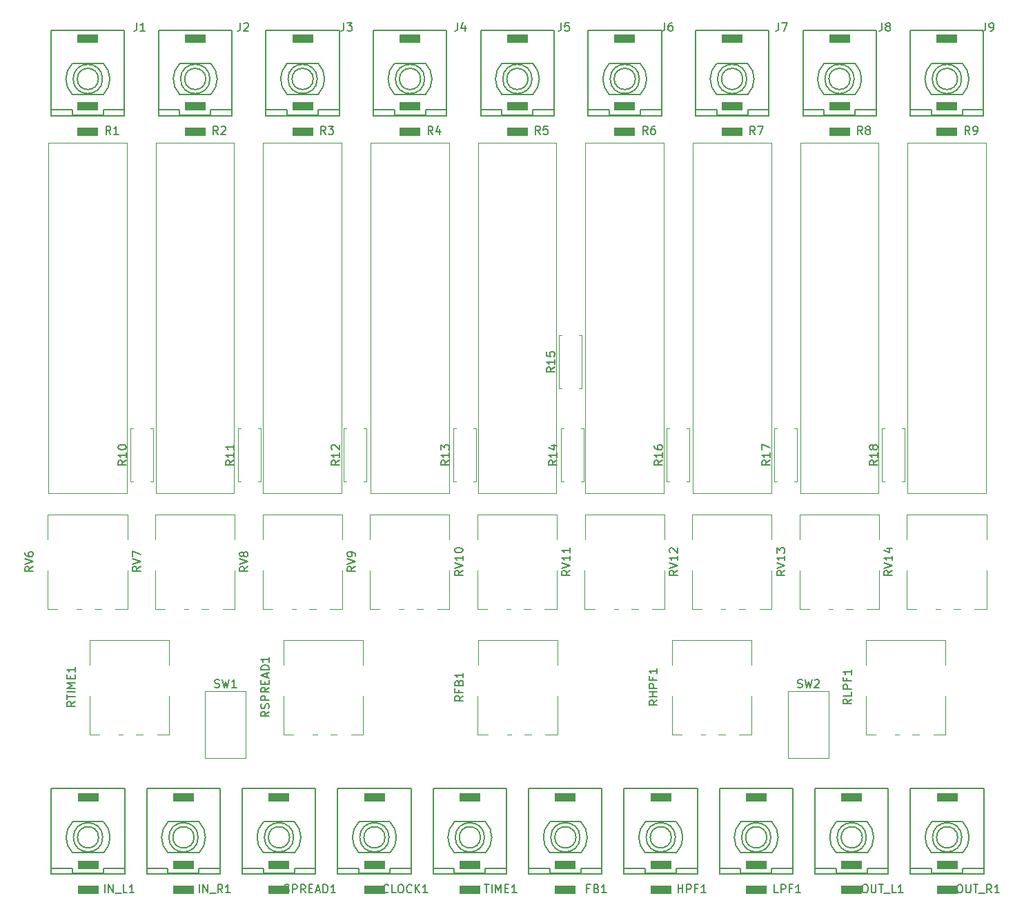
<source format=gbr>
G04 #@! TF.GenerationSoftware,KiCad,Pcbnew,8.0.5*
G04 #@! TF.CreationDate,2025-04-20T22:26:55-07:00*
G04 #@! TF.ProjectId,Tap-O-Matic,5461702d-4f2d-44d6-9174-69632e6b6963,rev?*
G04 #@! TF.SameCoordinates,Original*
G04 #@! TF.FileFunction,Legend,Top*
G04 #@! TF.FilePolarity,Positive*
%FSLAX46Y46*%
G04 Gerber Fmt 4.6, Leading zero omitted, Abs format (unit mm)*
G04 Created by KiCad (PCBNEW 8.0.5) date 2025-04-20 22:26:55*
%MOMM*%
%LPD*%
G01*
G04 APERTURE LIST*
%ADD10C,0.150000*%
%ADD11C,0.120000*%
%ADD12R,2.500000X1.000000*%
G04 APERTURE END LIST*
D10*
X13611266Y107987180D02*
X13611266Y107272895D01*
X13611266Y107272895D02*
X13563647Y107130038D01*
X13563647Y107130038D02*
X13468409Y107034800D01*
X13468409Y107034800D02*
X13325552Y106987180D01*
X13325552Y106987180D02*
X13230314Y106987180D01*
X14611266Y106987180D02*
X14039838Y106987180D01*
X14325552Y106987180D02*
X14325552Y107987180D01*
X14325552Y107987180D02*
X14230314Y107844323D01*
X14230314Y107844323D02*
X14135076Y107749085D01*
X14135076Y107749085D02*
X14039838Y107701466D01*
X26311266Y107987180D02*
X26311266Y107272895D01*
X26311266Y107272895D02*
X26263647Y107130038D01*
X26263647Y107130038D02*
X26168409Y107034800D01*
X26168409Y107034800D02*
X26025552Y106987180D01*
X26025552Y106987180D02*
X25930314Y106987180D01*
X26739838Y107891942D02*
X26787457Y107939561D01*
X26787457Y107939561D02*
X26882695Y107987180D01*
X26882695Y107987180D02*
X27120790Y107987180D01*
X27120790Y107987180D02*
X27216028Y107939561D01*
X27216028Y107939561D02*
X27263647Y107891942D01*
X27263647Y107891942D02*
X27311266Y107796704D01*
X27311266Y107796704D02*
X27311266Y107701466D01*
X27311266Y107701466D02*
X27263647Y107558609D01*
X27263647Y107558609D02*
X26692219Y106987180D01*
X26692219Y106987180D02*
X27311266Y106987180D01*
X39011266Y107987180D02*
X39011266Y107272895D01*
X39011266Y107272895D02*
X38963647Y107130038D01*
X38963647Y107130038D02*
X38868409Y107034800D01*
X38868409Y107034800D02*
X38725552Y106987180D01*
X38725552Y106987180D02*
X38630314Y106987180D01*
X39392219Y107987180D02*
X40011266Y107987180D01*
X40011266Y107987180D02*
X39677933Y107606228D01*
X39677933Y107606228D02*
X39820790Y107606228D01*
X39820790Y107606228D02*
X39916028Y107558609D01*
X39916028Y107558609D02*
X39963647Y107510990D01*
X39963647Y107510990D02*
X40011266Y107415752D01*
X40011266Y107415752D02*
X40011266Y107177657D01*
X40011266Y107177657D02*
X39963647Y107082419D01*
X39963647Y107082419D02*
X39916028Y107034800D01*
X39916028Y107034800D02*
X39820790Y106987180D01*
X39820790Y106987180D02*
X39535076Y106987180D01*
X39535076Y106987180D02*
X39439838Y107034800D01*
X39439838Y107034800D02*
X39392219Y107082419D01*
X52981266Y107987180D02*
X52981266Y107272895D01*
X52981266Y107272895D02*
X52933647Y107130038D01*
X52933647Y107130038D02*
X52838409Y107034800D01*
X52838409Y107034800D02*
X52695552Y106987180D01*
X52695552Y106987180D02*
X52600314Y106987180D01*
X53886028Y107653847D02*
X53886028Y106987180D01*
X53647933Y108034800D02*
X53409838Y107320514D01*
X53409838Y107320514D02*
X54028885Y107320514D01*
X65681266Y107987180D02*
X65681266Y107272895D01*
X65681266Y107272895D02*
X65633647Y107130038D01*
X65633647Y107130038D02*
X65538409Y107034800D01*
X65538409Y107034800D02*
X65395552Y106987180D01*
X65395552Y106987180D02*
X65300314Y106987180D01*
X66633647Y107987180D02*
X66157457Y107987180D01*
X66157457Y107987180D02*
X66109838Y107510990D01*
X66109838Y107510990D02*
X66157457Y107558609D01*
X66157457Y107558609D02*
X66252695Y107606228D01*
X66252695Y107606228D02*
X66490790Y107606228D01*
X66490790Y107606228D02*
X66586028Y107558609D01*
X66586028Y107558609D02*
X66633647Y107510990D01*
X66633647Y107510990D02*
X66681266Y107415752D01*
X66681266Y107415752D02*
X66681266Y107177657D01*
X66681266Y107177657D02*
X66633647Y107082419D01*
X66633647Y107082419D02*
X66586028Y107034800D01*
X66586028Y107034800D02*
X66490790Y106987180D01*
X66490790Y106987180D02*
X66252695Y106987180D01*
X66252695Y106987180D02*
X66157457Y107034800D01*
X66157457Y107034800D02*
X66109838Y107082419D01*
X78381266Y107987180D02*
X78381266Y107272895D01*
X78381266Y107272895D02*
X78333647Y107130038D01*
X78333647Y107130038D02*
X78238409Y107034800D01*
X78238409Y107034800D02*
X78095552Y106987180D01*
X78095552Y106987180D02*
X78000314Y106987180D01*
X79286028Y107987180D02*
X79095552Y107987180D01*
X79095552Y107987180D02*
X79000314Y107939561D01*
X79000314Y107939561D02*
X78952695Y107891942D01*
X78952695Y107891942D02*
X78857457Y107749085D01*
X78857457Y107749085D02*
X78809838Y107558609D01*
X78809838Y107558609D02*
X78809838Y107177657D01*
X78809838Y107177657D02*
X78857457Y107082419D01*
X78857457Y107082419D02*
X78905076Y107034800D01*
X78905076Y107034800D02*
X79000314Y106987180D01*
X79000314Y106987180D02*
X79190790Y106987180D01*
X79190790Y106987180D02*
X79286028Y107034800D01*
X79286028Y107034800D02*
X79333647Y107082419D01*
X79333647Y107082419D02*
X79381266Y107177657D01*
X79381266Y107177657D02*
X79381266Y107415752D01*
X79381266Y107415752D02*
X79333647Y107510990D01*
X79333647Y107510990D02*
X79286028Y107558609D01*
X79286028Y107558609D02*
X79190790Y107606228D01*
X79190790Y107606228D02*
X79000314Y107606228D01*
X79000314Y107606228D02*
X78905076Y107558609D01*
X78905076Y107558609D02*
X78857457Y107510990D01*
X78857457Y107510990D02*
X78809838Y107415752D01*
X92351266Y107987180D02*
X92351266Y107272895D01*
X92351266Y107272895D02*
X92303647Y107130038D01*
X92303647Y107130038D02*
X92208409Y107034800D01*
X92208409Y107034800D02*
X92065552Y106987180D01*
X92065552Y106987180D02*
X91970314Y106987180D01*
X92732219Y107987180D02*
X93398885Y107987180D01*
X93398885Y107987180D02*
X92970314Y106987180D01*
X105051266Y107987180D02*
X105051266Y107272895D01*
X105051266Y107272895D02*
X105003647Y107130038D01*
X105003647Y107130038D02*
X104908409Y107034800D01*
X104908409Y107034800D02*
X104765552Y106987180D01*
X104765552Y106987180D02*
X104670314Y106987180D01*
X105670314Y107558609D02*
X105575076Y107606228D01*
X105575076Y107606228D02*
X105527457Y107653847D01*
X105527457Y107653847D02*
X105479838Y107749085D01*
X105479838Y107749085D02*
X105479838Y107796704D01*
X105479838Y107796704D02*
X105527457Y107891942D01*
X105527457Y107891942D02*
X105575076Y107939561D01*
X105575076Y107939561D02*
X105670314Y107987180D01*
X105670314Y107987180D02*
X105860790Y107987180D01*
X105860790Y107987180D02*
X105956028Y107939561D01*
X105956028Y107939561D02*
X106003647Y107891942D01*
X106003647Y107891942D02*
X106051266Y107796704D01*
X106051266Y107796704D02*
X106051266Y107749085D01*
X106051266Y107749085D02*
X106003647Y107653847D01*
X106003647Y107653847D02*
X105956028Y107606228D01*
X105956028Y107606228D02*
X105860790Y107558609D01*
X105860790Y107558609D02*
X105670314Y107558609D01*
X105670314Y107558609D02*
X105575076Y107510990D01*
X105575076Y107510990D02*
X105527457Y107463371D01*
X105527457Y107463371D02*
X105479838Y107368133D01*
X105479838Y107368133D02*
X105479838Y107177657D01*
X105479838Y107177657D02*
X105527457Y107082419D01*
X105527457Y107082419D02*
X105575076Y107034800D01*
X105575076Y107034800D02*
X105670314Y106987180D01*
X105670314Y106987180D02*
X105860790Y106987180D01*
X105860790Y106987180D02*
X105956028Y107034800D01*
X105956028Y107034800D02*
X106003647Y107082419D01*
X106003647Y107082419D02*
X106051266Y107177657D01*
X106051266Y107177657D02*
X106051266Y107368133D01*
X106051266Y107368133D02*
X106003647Y107463371D01*
X106003647Y107463371D02*
X105956028Y107510990D01*
X105956028Y107510990D02*
X105860790Y107558609D01*
X117751266Y107987180D02*
X117751266Y107272895D01*
X117751266Y107272895D02*
X117703647Y107130038D01*
X117703647Y107130038D02*
X117608409Y107034800D01*
X117608409Y107034800D02*
X117465552Y106987180D01*
X117465552Y106987180D02*
X117370314Y106987180D01*
X118275076Y106987180D02*
X118465552Y106987180D01*
X118465552Y106987180D02*
X118560790Y107034800D01*
X118560790Y107034800D02*
X118608409Y107082419D01*
X118608409Y107082419D02*
X118703647Y107225276D01*
X118703647Y107225276D02*
X118751266Y107415752D01*
X118751266Y107415752D02*
X118751266Y107796704D01*
X118751266Y107796704D02*
X118703647Y107891942D01*
X118703647Y107891942D02*
X118656028Y107939561D01*
X118656028Y107939561D02*
X118560790Y107987180D01*
X118560790Y107987180D02*
X118370314Y107987180D01*
X118370314Y107987180D02*
X118275076Y107939561D01*
X118275076Y107939561D02*
X118227457Y107891942D01*
X118227457Y107891942D02*
X118179838Y107796704D01*
X118179838Y107796704D02*
X118179838Y107558609D01*
X118179838Y107558609D02*
X118227457Y107463371D01*
X118227457Y107463371D02*
X118275076Y107415752D01*
X118275076Y107415752D02*
X118370314Y107368133D01*
X118370314Y107368133D02*
X118560790Y107368133D01*
X118560790Y107368133D02*
X118656028Y107415752D01*
X118656028Y107415752D02*
X118703647Y107463371D01*
X118703647Y107463371D02*
X118751266Y107558609D01*
X44471427Y1291419D02*
X44423808Y1243800D01*
X44423808Y1243800D02*
X44280951Y1196180D01*
X44280951Y1196180D02*
X44185713Y1196180D01*
X44185713Y1196180D02*
X44042856Y1243800D01*
X44042856Y1243800D02*
X43947618Y1339038D01*
X43947618Y1339038D02*
X43899999Y1434276D01*
X43899999Y1434276D02*
X43852380Y1624752D01*
X43852380Y1624752D02*
X43852380Y1767609D01*
X43852380Y1767609D02*
X43899999Y1958085D01*
X43899999Y1958085D02*
X43947618Y2053323D01*
X43947618Y2053323D02*
X44042856Y2148561D01*
X44042856Y2148561D02*
X44185713Y2196180D01*
X44185713Y2196180D02*
X44280951Y2196180D01*
X44280951Y2196180D02*
X44423808Y2148561D01*
X44423808Y2148561D02*
X44471427Y2100942D01*
X45376189Y1196180D02*
X44899999Y1196180D01*
X44899999Y1196180D02*
X44899999Y2196180D01*
X45899999Y2196180D02*
X46090475Y2196180D01*
X46090475Y2196180D02*
X46185713Y2148561D01*
X46185713Y2148561D02*
X46280951Y2053323D01*
X46280951Y2053323D02*
X46328570Y1862847D01*
X46328570Y1862847D02*
X46328570Y1529514D01*
X46328570Y1529514D02*
X46280951Y1339038D01*
X46280951Y1339038D02*
X46185713Y1243800D01*
X46185713Y1243800D02*
X46090475Y1196180D01*
X46090475Y1196180D02*
X45899999Y1196180D01*
X45899999Y1196180D02*
X45804761Y1243800D01*
X45804761Y1243800D02*
X45709523Y1339038D01*
X45709523Y1339038D02*
X45661904Y1529514D01*
X45661904Y1529514D02*
X45661904Y1862847D01*
X45661904Y1862847D02*
X45709523Y2053323D01*
X45709523Y2053323D02*
X45804761Y2148561D01*
X45804761Y2148561D02*
X45899999Y2196180D01*
X47328570Y1291419D02*
X47280951Y1243800D01*
X47280951Y1243800D02*
X47138094Y1196180D01*
X47138094Y1196180D02*
X47042856Y1196180D01*
X47042856Y1196180D02*
X46899999Y1243800D01*
X46899999Y1243800D02*
X46804761Y1339038D01*
X46804761Y1339038D02*
X46757142Y1434276D01*
X46757142Y1434276D02*
X46709523Y1624752D01*
X46709523Y1624752D02*
X46709523Y1767609D01*
X46709523Y1767609D02*
X46757142Y1958085D01*
X46757142Y1958085D02*
X46804761Y2053323D01*
X46804761Y2053323D02*
X46899999Y2148561D01*
X46899999Y2148561D02*
X47042856Y2196180D01*
X47042856Y2196180D02*
X47138094Y2196180D01*
X47138094Y2196180D02*
X47280951Y2148561D01*
X47280951Y2148561D02*
X47328570Y2100942D01*
X47757142Y1196180D02*
X47757142Y2196180D01*
X48328570Y1196180D02*
X47899999Y1767609D01*
X48328570Y2196180D02*
X47757142Y1624752D01*
X49280951Y1196180D02*
X48709523Y1196180D01*
X48995237Y1196180D02*
X48995237Y2196180D01*
X48995237Y2196180D02*
X48899999Y2053323D01*
X48899999Y2053323D02*
X48804761Y1958085D01*
X48804761Y1958085D02*
X48709523Y1910466D01*
X31711587Y1243800D02*
X31854444Y1196180D01*
X31854444Y1196180D02*
X32092539Y1196180D01*
X32092539Y1196180D02*
X32187777Y1243800D01*
X32187777Y1243800D02*
X32235396Y1291419D01*
X32235396Y1291419D02*
X32283015Y1386657D01*
X32283015Y1386657D02*
X32283015Y1481895D01*
X32283015Y1481895D02*
X32235396Y1577133D01*
X32235396Y1577133D02*
X32187777Y1624752D01*
X32187777Y1624752D02*
X32092539Y1672371D01*
X32092539Y1672371D02*
X31902063Y1719990D01*
X31902063Y1719990D02*
X31806825Y1767609D01*
X31806825Y1767609D02*
X31759206Y1815228D01*
X31759206Y1815228D02*
X31711587Y1910466D01*
X31711587Y1910466D02*
X31711587Y2005704D01*
X31711587Y2005704D02*
X31759206Y2100942D01*
X31759206Y2100942D02*
X31806825Y2148561D01*
X31806825Y2148561D02*
X31902063Y2196180D01*
X31902063Y2196180D02*
X32140158Y2196180D01*
X32140158Y2196180D02*
X32283015Y2148561D01*
X32711587Y1196180D02*
X32711587Y2196180D01*
X32711587Y2196180D02*
X33092539Y2196180D01*
X33092539Y2196180D02*
X33187777Y2148561D01*
X33187777Y2148561D02*
X33235396Y2100942D01*
X33235396Y2100942D02*
X33283015Y2005704D01*
X33283015Y2005704D02*
X33283015Y1862847D01*
X33283015Y1862847D02*
X33235396Y1767609D01*
X33235396Y1767609D02*
X33187777Y1719990D01*
X33187777Y1719990D02*
X33092539Y1672371D01*
X33092539Y1672371D02*
X32711587Y1672371D01*
X34283015Y1196180D02*
X33949682Y1672371D01*
X33711587Y1196180D02*
X33711587Y2196180D01*
X33711587Y2196180D02*
X34092539Y2196180D01*
X34092539Y2196180D02*
X34187777Y2148561D01*
X34187777Y2148561D02*
X34235396Y2100942D01*
X34235396Y2100942D02*
X34283015Y2005704D01*
X34283015Y2005704D02*
X34283015Y1862847D01*
X34283015Y1862847D02*
X34235396Y1767609D01*
X34235396Y1767609D02*
X34187777Y1719990D01*
X34187777Y1719990D02*
X34092539Y1672371D01*
X34092539Y1672371D02*
X33711587Y1672371D01*
X34711587Y1719990D02*
X35044920Y1719990D01*
X35187777Y1196180D02*
X34711587Y1196180D01*
X34711587Y1196180D02*
X34711587Y2196180D01*
X34711587Y2196180D02*
X35187777Y2196180D01*
X35568730Y1481895D02*
X36044920Y1481895D01*
X35473492Y1196180D02*
X35806825Y2196180D01*
X35806825Y2196180D02*
X36140158Y1196180D01*
X36473492Y1196180D02*
X36473492Y2196180D01*
X36473492Y2196180D02*
X36711587Y2196180D01*
X36711587Y2196180D02*
X36854444Y2148561D01*
X36854444Y2148561D02*
X36949682Y2053323D01*
X36949682Y2053323D02*
X36997301Y1958085D01*
X36997301Y1958085D02*
X37044920Y1767609D01*
X37044920Y1767609D02*
X37044920Y1624752D01*
X37044920Y1624752D02*
X36997301Y1434276D01*
X36997301Y1434276D02*
X36949682Y1339038D01*
X36949682Y1339038D02*
X36854444Y1243800D01*
X36854444Y1243800D02*
X36711587Y1196180D01*
X36711587Y1196180D02*
X36473492Y1196180D01*
X37997301Y1196180D02*
X37425873Y1196180D01*
X37711587Y1196180D02*
X37711587Y2196180D01*
X37711587Y2196180D02*
X37616349Y2053323D01*
X37616349Y2053323D02*
X37521111Y1958085D01*
X37521111Y1958085D02*
X37425873Y1910466D01*
X56255079Y2196180D02*
X56826507Y2196180D01*
X56540793Y1196180D02*
X56540793Y2196180D01*
X57159841Y1196180D02*
X57159841Y2196180D01*
X57636031Y1196180D02*
X57636031Y2196180D01*
X57636031Y2196180D02*
X57969364Y1481895D01*
X57969364Y1481895D02*
X58302697Y2196180D01*
X58302697Y2196180D02*
X58302697Y1196180D01*
X58778888Y1719990D02*
X59112221Y1719990D01*
X59255078Y1196180D02*
X58778888Y1196180D01*
X58778888Y1196180D02*
X58778888Y2196180D01*
X58778888Y2196180D02*
X59255078Y2196180D01*
X60207459Y1196180D02*
X59636031Y1196180D01*
X59921745Y1196180D02*
X59921745Y2196180D01*
X59921745Y2196180D02*
X59826507Y2053323D01*
X59826507Y2053323D02*
X59731269Y1958085D01*
X59731269Y1958085D02*
X59636031Y1910466D01*
X69157776Y1719990D02*
X68824443Y1719990D01*
X68824443Y1196180D02*
X68824443Y2196180D01*
X68824443Y2196180D02*
X69300633Y2196180D01*
X70014919Y1719990D02*
X70157776Y1672371D01*
X70157776Y1672371D02*
X70205395Y1624752D01*
X70205395Y1624752D02*
X70253014Y1529514D01*
X70253014Y1529514D02*
X70253014Y1386657D01*
X70253014Y1386657D02*
X70205395Y1291419D01*
X70205395Y1291419D02*
X70157776Y1243800D01*
X70157776Y1243800D02*
X70062538Y1196180D01*
X70062538Y1196180D02*
X69681586Y1196180D01*
X69681586Y1196180D02*
X69681586Y2196180D01*
X69681586Y2196180D02*
X70014919Y2196180D01*
X70014919Y2196180D02*
X70110157Y2148561D01*
X70110157Y2148561D02*
X70157776Y2100942D01*
X70157776Y2100942D02*
X70205395Y2005704D01*
X70205395Y2005704D02*
X70205395Y1910466D01*
X70205395Y1910466D02*
X70157776Y1815228D01*
X70157776Y1815228D02*
X70110157Y1767609D01*
X70110157Y1767609D02*
X70014919Y1719990D01*
X70014919Y1719990D02*
X69681586Y1719990D01*
X71205395Y1196180D02*
X70633967Y1196180D01*
X70919681Y1196180D02*
X70919681Y2196180D01*
X70919681Y2196180D02*
X70824443Y2053323D01*
X70824443Y2053323D02*
X70729205Y1958085D01*
X70729205Y1958085D02*
X70633967Y1910466D01*
X80012856Y1196180D02*
X80012856Y2196180D01*
X80012856Y1719990D02*
X80584284Y1719990D01*
X80584284Y1196180D02*
X80584284Y2196180D01*
X81060475Y1196180D02*
X81060475Y2196180D01*
X81060475Y2196180D02*
X81441427Y2196180D01*
X81441427Y2196180D02*
X81536665Y2148561D01*
X81536665Y2148561D02*
X81584284Y2100942D01*
X81584284Y2100942D02*
X81631903Y2005704D01*
X81631903Y2005704D02*
X81631903Y1862847D01*
X81631903Y1862847D02*
X81584284Y1767609D01*
X81584284Y1767609D02*
X81536665Y1719990D01*
X81536665Y1719990D02*
X81441427Y1672371D01*
X81441427Y1672371D02*
X81060475Y1672371D01*
X82393808Y1719990D02*
X82060475Y1719990D01*
X82060475Y1196180D02*
X82060475Y2196180D01*
X82060475Y2196180D02*
X82536665Y2196180D01*
X83441427Y1196180D02*
X82869999Y1196180D01*
X83155713Y1196180D02*
X83155713Y2196180D01*
X83155713Y2196180D02*
X83060475Y2053323D01*
X83060475Y2053323D02*
X82965237Y1958085D01*
X82965237Y1958085D02*
X82869999Y1910466D01*
X92320315Y1196180D02*
X91844125Y1196180D01*
X91844125Y1196180D02*
X91844125Y2196180D01*
X92653649Y1196180D02*
X92653649Y2196180D01*
X92653649Y2196180D02*
X93034601Y2196180D01*
X93034601Y2196180D02*
X93129839Y2148561D01*
X93129839Y2148561D02*
X93177458Y2100942D01*
X93177458Y2100942D02*
X93225077Y2005704D01*
X93225077Y2005704D02*
X93225077Y1862847D01*
X93225077Y1862847D02*
X93177458Y1767609D01*
X93177458Y1767609D02*
X93129839Y1719990D01*
X93129839Y1719990D02*
X93034601Y1672371D01*
X93034601Y1672371D02*
X92653649Y1672371D01*
X93986982Y1719990D02*
X93653649Y1719990D01*
X93653649Y1196180D02*
X93653649Y2196180D01*
X93653649Y2196180D02*
X94129839Y2196180D01*
X95034601Y1196180D02*
X94463173Y1196180D01*
X94748887Y1196180D02*
X94748887Y2196180D01*
X94748887Y2196180D02*
X94653649Y2053323D01*
X94653649Y2053323D02*
X94558411Y1958085D01*
X94558411Y1958085D02*
X94463173Y1910466D01*
X9644286Y1196180D02*
X9644286Y2196180D01*
X10120476Y1196180D02*
X10120476Y2196180D01*
X10120476Y2196180D02*
X10691904Y1196180D01*
X10691904Y1196180D02*
X10691904Y2196180D01*
X10930000Y1100942D02*
X11691904Y1100942D01*
X12406190Y1196180D02*
X11930000Y1196180D01*
X11930000Y1196180D02*
X11930000Y2196180D01*
X13263333Y1196180D02*
X12691905Y1196180D01*
X12977619Y1196180D02*
X12977619Y2196180D01*
X12977619Y2196180D02*
X12882381Y2053323D01*
X12882381Y2053323D02*
X12787143Y1958085D01*
X12787143Y1958085D02*
X12691905Y1910466D01*
X21261270Y1196180D02*
X21261270Y2196180D01*
X21737460Y1196180D02*
X21737460Y2196180D01*
X21737460Y2196180D02*
X22308888Y1196180D01*
X22308888Y1196180D02*
X22308888Y2196180D01*
X22546984Y1100942D02*
X23308888Y1100942D01*
X24118412Y1196180D02*
X23785079Y1672371D01*
X23546984Y1196180D02*
X23546984Y2196180D01*
X23546984Y2196180D02*
X23927936Y2196180D01*
X23927936Y2196180D02*
X24023174Y2148561D01*
X24023174Y2148561D02*
X24070793Y2100942D01*
X24070793Y2100942D02*
X24118412Y2005704D01*
X24118412Y2005704D02*
X24118412Y1862847D01*
X24118412Y1862847D02*
X24070793Y1767609D01*
X24070793Y1767609D02*
X24023174Y1719990D01*
X24023174Y1719990D02*
X23927936Y1672371D01*
X23927936Y1672371D02*
X23546984Y1672371D01*
X25070793Y1196180D02*
X24499365Y1196180D01*
X24785079Y1196180D02*
X24785079Y2196180D01*
X24785079Y2196180D02*
X24689841Y2053323D01*
X24689841Y2053323D02*
X24594603Y1958085D01*
X24594603Y1958085D02*
X24499365Y1910466D01*
X102865871Y2196180D02*
X103056347Y2196180D01*
X103056347Y2196180D02*
X103151585Y2148561D01*
X103151585Y2148561D02*
X103246823Y2053323D01*
X103246823Y2053323D02*
X103294442Y1862847D01*
X103294442Y1862847D02*
X103294442Y1529514D01*
X103294442Y1529514D02*
X103246823Y1339038D01*
X103246823Y1339038D02*
X103151585Y1243800D01*
X103151585Y1243800D02*
X103056347Y1196180D01*
X103056347Y1196180D02*
X102865871Y1196180D01*
X102865871Y1196180D02*
X102770633Y1243800D01*
X102770633Y1243800D02*
X102675395Y1339038D01*
X102675395Y1339038D02*
X102627776Y1529514D01*
X102627776Y1529514D02*
X102627776Y1862847D01*
X102627776Y1862847D02*
X102675395Y2053323D01*
X102675395Y2053323D02*
X102770633Y2148561D01*
X102770633Y2148561D02*
X102865871Y2196180D01*
X103723014Y2196180D02*
X103723014Y1386657D01*
X103723014Y1386657D02*
X103770633Y1291419D01*
X103770633Y1291419D02*
X103818252Y1243800D01*
X103818252Y1243800D02*
X103913490Y1196180D01*
X103913490Y1196180D02*
X104103966Y1196180D01*
X104103966Y1196180D02*
X104199204Y1243800D01*
X104199204Y1243800D02*
X104246823Y1291419D01*
X104246823Y1291419D02*
X104294442Y1386657D01*
X104294442Y1386657D02*
X104294442Y2196180D01*
X104627776Y2196180D02*
X105199204Y2196180D01*
X104913490Y1196180D02*
X104913490Y2196180D01*
X105294443Y1100942D02*
X106056347Y1100942D01*
X106770633Y1196180D02*
X106294443Y1196180D01*
X106294443Y1196180D02*
X106294443Y2196180D01*
X107627776Y1196180D02*
X107056348Y1196180D01*
X107342062Y1196180D02*
X107342062Y2196180D01*
X107342062Y2196180D02*
X107246824Y2053323D01*
X107246824Y2053323D02*
X107151586Y1958085D01*
X107151586Y1958085D02*
X107056348Y1910466D01*
X114482857Y2196180D02*
X114673333Y2196180D01*
X114673333Y2196180D02*
X114768571Y2148561D01*
X114768571Y2148561D02*
X114863809Y2053323D01*
X114863809Y2053323D02*
X114911428Y1862847D01*
X114911428Y1862847D02*
X114911428Y1529514D01*
X114911428Y1529514D02*
X114863809Y1339038D01*
X114863809Y1339038D02*
X114768571Y1243800D01*
X114768571Y1243800D02*
X114673333Y1196180D01*
X114673333Y1196180D02*
X114482857Y1196180D01*
X114482857Y1196180D02*
X114387619Y1243800D01*
X114387619Y1243800D02*
X114292381Y1339038D01*
X114292381Y1339038D02*
X114244762Y1529514D01*
X114244762Y1529514D02*
X114244762Y1862847D01*
X114244762Y1862847D02*
X114292381Y2053323D01*
X114292381Y2053323D02*
X114387619Y2148561D01*
X114387619Y2148561D02*
X114482857Y2196180D01*
X115340000Y2196180D02*
X115340000Y1386657D01*
X115340000Y1386657D02*
X115387619Y1291419D01*
X115387619Y1291419D02*
X115435238Y1243800D01*
X115435238Y1243800D02*
X115530476Y1196180D01*
X115530476Y1196180D02*
X115720952Y1196180D01*
X115720952Y1196180D02*
X115816190Y1243800D01*
X115816190Y1243800D02*
X115863809Y1291419D01*
X115863809Y1291419D02*
X115911428Y1386657D01*
X115911428Y1386657D02*
X115911428Y2196180D01*
X116244762Y2196180D02*
X116816190Y2196180D01*
X116530476Y1196180D02*
X116530476Y2196180D01*
X116911429Y1100942D02*
X117673333Y1100942D01*
X118482857Y1196180D02*
X118149524Y1672371D01*
X117911429Y1196180D02*
X117911429Y2196180D01*
X117911429Y2196180D02*
X118292381Y2196180D01*
X118292381Y2196180D02*
X118387619Y2148561D01*
X118387619Y2148561D02*
X118435238Y2100942D01*
X118435238Y2100942D02*
X118482857Y2005704D01*
X118482857Y2005704D02*
X118482857Y1862847D01*
X118482857Y1862847D02*
X118435238Y1767609D01*
X118435238Y1767609D02*
X118387619Y1719990D01*
X118387619Y1719990D02*
X118292381Y1672371D01*
X118292381Y1672371D02*
X117911429Y1672371D01*
X119435238Y1196180D02*
X118863810Y1196180D01*
X119149524Y1196180D02*
X119149524Y2196180D01*
X119149524Y2196180D02*
X119054286Y2053323D01*
X119054286Y2053323D02*
X118959048Y1958085D01*
X118959048Y1958085D02*
X118863810Y1910466D01*
X12308819Y54271942D02*
X11832628Y53938609D01*
X12308819Y53700514D02*
X11308819Y53700514D01*
X11308819Y53700514D02*
X11308819Y54081466D01*
X11308819Y54081466D02*
X11356438Y54176704D01*
X11356438Y54176704D02*
X11404057Y54224323D01*
X11404057Y54224323D02*
X11499295Y54271942D01*
X11499295Y54271942D02*
X11642152Y54271942D01*
X11642152Y54271942D02*
X11737390Y54224323D01*
X11737390Y54224323D02*
X11785009Y54176704D01*
X11785009Y54176704D02*
X11832628Y54081466D01*
X11832628Y54081466D02*
X11832628Y53700514D01*
X12308819Y55224323D02*
X12308819Y54652895D01*
X12308819Y54938609D02*
X11308819Y54938609D01*
X11308819Y54938609D02*
X11451676Y54843371D01*
X11451676Y54843371D02*
X11546914Y54748133D01*
X11546914Y54748133D02*
X11594533Y54652895D01*
X11308819Y55843371D02*
X11308819Y55938609D01*
X11308819Y55938609D02*
X11356438Y56033847D01*
X11356438Y56033847D02*
X11404057Y56081466D01*
X11404057Y56081466D02*
X11499295Y56129085D01*
X11499295Y56129085D02*
X11689771Y56176704D01*
X11689771Y56176704D02*
X11927866Y56176704D01*
X11927866Y56176704D02*
X12118342Y56129085D01*
X12118342Y56129085D02*
X12213580Y56081466D01*
X12213580Y56081466D02*
X12261200Y56033847D01*
X12261200Y56033847D02*
X12308819Y55938609D01*
X12308819Y55938609D02*
X12308819Y55843371D01*
X12308819Y55843371D02*
X12261200Y55748133D01*
X12261200Y55748133D02*
X12213580Y55700514D01*
X12213580Y55700514D02*
X12118342Y55652895D01*
X12118342Y55652895D02*
X11927866Y55605276D01*
X11927866Y55605276D02*
X11689771Y55605276D01*
X11689771Y55605276D02*
X11499295Y55652895D01*
X11499295Y55652895D02*
X11404057Y55700514D01*
X11404057Y55700514D02*
X11356438Y55748133D01*
X11356438Y55748133D02*
X11308819Y55843371D01*
X25516819Y54271942D02*
X25040628Y53938609D01*
X25516819Y53700514D02*
X24516819Y53700514D01*
X24516819Y53700514D02*
X24516819Y54081466D01*
X24516819Y54081466D02*
X24564438Y54176704D01*
X24564438Y54176704D02*
X24612057Y54224323D01*
X24612057Y54224323D02*
X24707295Y54271942D01*
X24707295Y54271942D02*
X24850152Y54271942D01*
X24850152Y54271942D02*
X24945390Y54224323D01*
X24945390Y54224323D02*
X24993009Y54176704D01*
X24993009Y54176704D02*
X25040628Y54081466D01*
X25040628Y54081466D02*
X25040628Y53700514D01*
X25516819Y55224323D02*
X25516819Y54652895D01*
X25516819Y54938609D02*
X24516819Y54938609D01*
X24516819Y54938609D02*
X24659676Y54843371D01*
X24659676Y54843371D02*
X24754914Y54748133D01*
X24754914Y54748133D02*
X24802533Y54652895D01*
X25516819Y56176704D02*
X25516819Y55605276D01*
X25516819Y55890990D02*
X24516819Y55890990D01*
X24516819Y55890990D02*
X24659676Y55795752D01*
X24659676Y55795752D02*
X24754914Y55700514D01*
X24754914Y55700514D02*
X24802533Y55605276D01*
X38470819Y54271942D02*
X37994628Y53938609D01*
X38470819Y53700514D02*
X37470819Y53700514D01*
X37470819Y53700514D02*
X37470819Y54081466D01*
X37470819Y54081466D02*
X37518438Y54176704D01*
X37518438Y54176704D02*
X37566057Y54224323D01*
X37566057Y54224323D02*
X37661295Y54271942D01*
X37661295Y54271942D02*
X37804152Y54271942D01*
X37804152Y54271942D02*
X37899390Y54224323D01*
X37899390Y54224323D02*
X37947009Y54176704D01*
X37947009Y54176704D02*
X37994628Y54081466D01*
X37994628Y54081466D02*
X37994628Y53700514D01*
X38470819Y55224323D02*
X38470819Y54652895D01*
X38470819Y54938609D02*
X37470819Y54938609D01*
X37470819Y54938609D02*
X37613676Y54843371D01*
X37613676Y54843371D02*
X37708914Y54748133D01*
X37708914Y54748133D02*
X37756533Y54652895D01*
X37566057Y55605276D02*
X37518438Y55652895D01*
X37518438Y55652895D02*
X37470819Y55748133D01*
X37470819Y55748133D02*
X37470819Y55986228D01*
X37470819Y55986228D02*
X37518438Y56081466D01*
X37518438Y56081466D02*
X37566057Y56129085D01*
X37566057Y56129085D02*
X37661295Y56176704D01*
X37661295Y56176704D02*
X37756533Y56176704D01*
X37756533Y56176704D02*
X37899390Y56129085D01*
X37899390Y56129085D02*
X38470819Y55557657D01*
X38470819Y55557657D02*
X38470819Y56176704D01*
X51932819Y54271942D02*
X51456628Y53938609D01*
X51932819Y53700514D02*
X50932819Y53700514D01*
X50932819Y53700514D02*
X50932819Y54081466D01*
X50932819Y54081466D02*
X50980438Y54176704D01*
X50980438Y54176704D02*
X51028057Y54224323D01*
X51028057Y54224323D02*
X51123295Y54271942D01*
X51123295Y54271942D02*
X51266152Y54271942D01*
X51266152Y54271942D02*
X51361390Y54224323D01*
X51361390Y54224323D02*
X51409009Y54176704D01*
X51409009Y54176704D02*
X51456628Y54081466D01*
X51456628Y54081466D02*
X51456628Y53700514D01*
X51932819Y55224323D02*
X51932819Y54652895D01*
X51932819Y54938609D02*
X50932819Y54938609D01*
X50932819Y54938609D02*
X51075676Y54843371D01*
X51075676Y54843371D02*
X51170914Y54748133D01*
X51170914Y54748133D02*
X51218533Y54652895D01*
X50932819Y55557657D02*
X50932819Y56176704D01*
X50932819Y56176704D02*
X51313771Y55843371D01*
X51313771Y55843371D02*
X51313771Y55986228D01*
X51313771Y55986228D02*
X51361390Y56081466D01*
X51361390Y56081466D02*
X51409009Y56129085D01*
X51409009Y56129085D02*
X51504247Y56176704D01*
X51504247Y56176704D02*
X51742342Y56176704D01*
X51742342Y56176704D02*
X51837580Y56129085D01*
X51837580Y56129085D02*
X51885200Y56081466D01*
X51885200Y56081466D02*
X51932819Y55986228D01*
X51932819Y55986228D02*
X51932819Y55700514D01*
X51932819Y55700514D02*
X51885200Y55605276D01*
X51885200Y55605276D02*
X51837580Y55557657D01*
X65140819Y54271942D02*
X64664628Y53938609D01*
X65140819Y53700514D02*
X64140819Y53700514D01*
X64140819Y53700514D02*
X64140819Y54081466D01*
X64140819Y54081466D02*
X64188438Y54176704D01*
X64188438Y54176704D02*
X64236057Y54224323D01*
X64236057Y54224323D02*
X64331295Y54271942D01*
X64331295Y54271942D02*
X64474152Y54271942D01*
X64474152Y54271942D02*
X64569390Y54224323D01*
X64569390Y54224323D02*
X64617009Y54176704D01*
X64617009Y54176704D02*
X64664628Y54081466D01*
X64664628Y54081466D02*
X64664628Y53700514D01*
X65140819Y55224323D02*
X65140819Y54652895D01*
X65140819Y54938609D02*
X64140819Y54938609D01*
X64140819Y54938609D02*
X64283676Y54843371D01*
X64283676Y54843371D02*
X64378914Y54748133D01*
X64378914Y54748133D02*
X64426533Y54652895D01*
X64474152Y56081466D02*
X65140819Y56081466D01*
X64093200Y55843371D02*
X64807485Y55605276D01*
X64807485Y55605276D02*
X64807485Y56224323D01*
X64886819Y65701942D02*
X64410628Y65368609D01*
X64886819Y65130514D02*
X63886819Y65130514D01*
X63886819Y65130514D02*
X63886819Y65511466D01*
X63886819Y65511466D02*
X63934438Y65606704D01*
X63934438Y65606704D02*
X63982057Y65654323D01*
X63982057Y65654323D02*
X64077295Y65701942D01*
X64077295Y65701942D02*
X64220152Y65701942D01*
X64220152Y65701942D02*
X64315390Y65654323D01*
X64315390Y65654323D02*
X64363009Y65606704D01*
X64363009Y65606704D02*
X64410628Y65511466D01*
X64410628Y65511466D02*
X64410628Y65130514D01*
X64886819Y66654323D02*
X64886819Y66082895D01*
X64886819Y66368609D02*
X63886819Y66368609D01*
X63886819Y66368609D02*
X64029676Y66273371D01*
X64029676Y66273371D02*
X64124914Y66178133D01*
X64124914Y66178133D02*
X64172533Y66082895D01*
X63886819Y67559085D02*
X63886819Y67082895D01*
X63886819Y67082895D02*
X64363009Y67035276D01*
X64363009Y67035276D02*
X64315390Y67082895D01*
X64315390Y67082895D02*
X64267771Y67178133D01*
X64267771Y67178133D02*
X64267771Y67416228D01*
X64267771Y67416228D02*
X64315390Y67511466D01*
X64315390Y67511466D02*
X64363009Y67559085D01*
X64363009Y67559085D02*
X64458247Y67606704D01*
X64458247Y67606704D02*
X64696342Y67606704D01*
X64696342Y67606704D02*
X64791580Y67559085D01*
X64791580Y67559085D02*
X64839200Y67511466D01*
X64839200Y67511466D02*
X64886819Y67416228D01*
X64886819Y67416228D02*
X64886819Y67178133D01*
X64886819Y67178133D02*
X64839200Y67082895D01*
X64839200Y67082895D02*
X64791580Y67035276D01*
X78094819Y54271942D02*
X77618628Y53938609D01*
X78094819Y53700514D02*
X77094819Y53700514D01*
X77094819Y53700514D02*
X77094819Y54081466D01*
X77094819Y54081466D02*
X77142438Y54176704D01*
X77142438Y54176704D02*
X77190057Y54224323D01*
X77190057Y54224323D02*
X77285295Y54271942D01*
X77285295Y54271942D02*
X77428152Y54271942D01*
X77428152Y54271942D02*
X77523390Y54224323D01*
X77523390Y54224323D02*
X77571009Y54176704D01*
X77571009Y54176704D02*
X77618628Y54081466D01*
X77618628Y54081466D02*
X77618628Y53700514D01*
X78094819Y55224323D02*
X78094819Y54652895D01*
X78094819Y54938609D02*
X77094819Y54938609D01*
X77094819Y54938609D02*
X77237676Y54843371D01*
X77237676Y54843371D02*
X77332914Y54748133D01*
X77332914Y54748133D02*
X77380533Y54652895D01*
X77094819Y56081466D02*
X77094819Y55890990D01*
X77094819Y55890990D02*
X77142438Y55795752D01*
X77142438Y55795752D02*
X77190057Y55748133D01*
X77190057Y55748133D02*
X77332914Y55652895D01*
X77332914Y55652895D02*
X77523390Y55605276D01*
X77523390Y55605276D02*
X77904342Y55605276D01*
X77904342Y55605276D02*
X77999580Y55652895D01*
X77999580Y55652895D02*
X78047200Y55700514D01*
X78047200Y55700514D02*
X78094819Y55795752D01*
X78094819Y55795752D02*
X78094819Y55986228D01*
X78094819Y55986228D02*
X78047200Y56081466D01*
X78047200Y56081466D02*
X77999580Y56129085D01*
X77999580Y56129085D02*
X77904342Y56176704D01*
X77904342Y56176704D02*
X77666247Y56176704D01*
X77666247Y56176704D02*
X77571009Y56129085D01*
X77571009Y56129085D02*
X77523390Y56081466D01*
X77523390Y56081466D02*
X77475771Y55986228D01*
X77475771Y55986228D02*
X77475771Y55795752D01*
X77475771Y55795752D02*
X77523390Y55700514D01*
X77523390Y55700514D02*
X77571009Y55652895D01*
X77571009Y55652895D02*
X77666247Y55605276D01*
X91302819Y54271942D02*
X90826628Y53938609D01*
X91302819Y53700514D02*
X90302819Y53700514D01*
X90302819Y53700514D02*
X90302819Y54081466D01*
X90302819Y54081466D02*
X90350438Y54176704D01*
X90350438Y54176704D02*
X90398057Y54224323D01*
X90398057Y54224323D02*
X90493295Y54271942D01*
X90493295Y54271942D02*
X90636152Y54271942D01*
X90636152Y54271942D02*
X90731390Y54224323D01*
X90731390Y54224323D02*
X90779009Y54176704D01*
X90779009Y54176704D02*
X90826628Y54081466D01*
X90826628Y54081466D02*
X90826628Y53700514D01*
X91302819Y55224323D02*
X91302819Y54652895D01*
X91302819Y54938609D02*
X90302819Y54938609D01*
X90302819Y54938609D02*
X90445676Y54843371D01*
X90445676Y54843371D02*
X90540914Y54748133D01*
X90540914Y54748133D02*
X90588533Y54652895D01*
X90302819Y55557657D02*
X90302819Y56224323D01*
X90302819Y56224323D02*
X91302819Y55795752D01*
X104510819Y54271942D02*
X104034628Y53938609D01*
X104510819Y53700514D02*
X103510819Y53700514D01*
X103510819Y53700514D02*
X103510819Y54081466D01*
X103510819Y54081466D02*
X103558438Y54176704D01*
X103558438Y54176704D02*
X103606057Y54224323D01*
X103606057Y54224323D02*
X103701295Y54271942D01*
X103701295Y54271942D02*
X103844152Y54271942D01*
X103844152Y54271942D02*
X103939390Y54224323D01*
X103939390Y54224323D02*
X103987009Y54176704D01*
X103987009Y54176704D02*
X104034628Y54081466D01*
X104034628Y54081466D02*
X104034628Y53700514D01*
X104510819Y55224323D02*
X104510819Y54652895D01*
X104510819Y54938609D02*
X103510819Y54938609D01*
X103510819Y54938609D02*
X103653676Y54843371D01*
X103653676Y54843371D02*
X103748914Y54748133D01*
X103748914Y54748133D02*
X103796533Y54652895D01*
X103939390Y55795752D02*
X103891771Y55700514D01*
X103891771Y55700514D02*
X103844152Y55652895D01*
X103844152Y55652895D02*
X103748914Y55605276D01*
X103748914Y55605276D02*
X103701295Y55605276D01*
X103701295Y55605276D02*
X103606057Y55652895D01*
X103606057Y55652895D02*
X103558438Y55700514D01*
X103558438Y55700514D02*
X103510819Y55795752D01*
X103510819Y55795752D02*
X103510819Y55986228D01*
X103510819Y55986228D02*
X103558438Y56081466D01*
X103558438Y56081466D02*
X103606057Y56129085D01*
X103606057Y56129085D02*
X103701295Y56176704D01*
X103701295Y56176704D02*
X103748914Y56176704D01*
X103748914Y56176704D02*
X103844152Y56129085D01*
X103844152Y56129085D02*
X103891771Y56081466D01*
X103891771Y56081466D02*
X103939390Y55986228D01*
X103939390Y55986228D02*
X103939390Y55795752D01*
X103939390Y55795752D02*
X103987009Y55700514D01*
X103987009Y55700514D02*
X104034628Y55652895D01*
X104034628Y55652895D02*
X104129866Y55605276D01*
X104129866Y55605276D02*
X104320342Y55605276D01*
X104320342Y55605276D02*
X104415580Y55652895D01*
X104415580Y55652895D02*
X104463200Y55700514D01*
X104463200Y55700514D02*
X104510819Y55795752D01*
X104510819Y55795752D02*
X104510819Y55986228D01*
X104510819Y55986228D02*
X104463200Y56081466D01*
X104463200Y56081466D02*
X104415580Y56129085D01*
X104415580Y56129085D02*
X104320342Y56176704D01*
X104320342Y56176704D02*
X104129866Y56176704D01*
X104129866Y56176704D02*
X104034628Y56129085D01*
X104034628Y56129085D02*
X103987009Y56081466D01*
X103987009Y56081466D02*
X103939390Y55986228D01*
X23578783Y94289980D02*
X23245450Y94766171D01*
X23007355Y94289980D02*
X23007355Y95289980D01*
X23007355Y95289980D02*
X23388307Y95289980D01*
X23388307Y95289980D02*
X23483545Y95242361D01*
X23483545Y95242361D02*
X23531164Y95194742D01*
X23531164Y95194742D02*
X23578783Y95099504D01*
X23578783Y95099504D02*
X23578783Y94956647D01*
X23578783Y94956647D02*
X23531164Y94861409D01*
X23531164Y94861409D02*
X23483545Y94813790D01*
X23483545Y94813790D02*
X23388307Y94766171D01*
X23388307Y94766171D02*
X23007355Y94766171D01*
X23959736Y95194742D02*
X24007355Y95242361D01*
X24007355Y95242361D02*
X24102593Y95289980D01*
X24102593Y95289980D02*
X24340688Y95289980D01*
X24340688Y95289980D02*
X24435926Y95242361D01*
X24435926Y95242361D02*
X24483545Y95194742D01*
X24483545Y95194742D02*
X24531164Y95099504D01*
X24531164Y95099504D02*
X24531164Y95004266D01*
X24531164Y95004266D02*
X24483545Y94861409D01*
X24483545Y94861409D02*
X23912117Y94289980D01*
X23912117Y94289980D02*
X24531164Y94289980D01*
X36755033Y94289980D02*
X36421700Y94766171D01*
X36183605Y94289980D02*
X36183605Y95289980D01*
X36183605Y95289980D02*
X36564557Y95289980D01*
X36564557Y95289980D02*
X36659795Y95242361D01*
X36659795Y95242361D02*
X36707414Y95194742D01*
X36707414Y95194742D02*
X36755033Y95099504D01*
X36755033Y95099504D02*
X36755033Y94956647D01*
X36755033Y94956647D02*
X36707414Y94861409D01*
X36707414Y94861409D02*
X36659795Y94813790D01*
X36659795Y94813790D02*
X36564557Y94766171D01*
X36564557Y94766171D02*
X36183605Y94766171D01*
X37088367Y95289980D02*
X37707414Y95289980D01*
X37707414Y95289980D02*
X37374081Y94909028D01*
X37374081Y94909028D02*
X37516938Y94909028D01*
X37516938Y94909028D02*
X37612176Y94861409D01*
X37612176Y94861409D02*
X37659795Y94813790D01*
X37659795Y94813790D02*
X37707414Y94718552D01*
X37707414Y94718552D02*
X37707414Y94480457D01*
X37707414Y94480457D02*
X37659795Y94385219D01*
X37659795Y94385219D02*
X37612176Y94337600D01*
X37612176Y94337600D02*
X37516938Y94289980D01*
X37516938Y94289980D02*
X37231224Y94289980D01*
X37231224Y94289980D02*
X37135986Y94337600D01*
X37135986Y94337600D02*
X37088367Y94385219D01*
X49931283Y94289980D02*
X49597950Y94766171D01*
X49359855Y94289980D02*
X49359855Y95289980D01*
X49359855Y95289980D02*
X49740807Y95289980D01*
X49740807Y95289980D02*
X49836045Y95242361D01*
X49836045Y95242361D02*
X49883664Y95194742D01*
X49883664Y95194742D02*
X49931283Y95099504D01*
X49931283Y95099504D02*
X49931283Y94956647D01*
X49931283Y94956647D02*
X49883664Y94861409D01*
X49883664Y94861409D02*
X49836045Y94813790D01*
X49836045Y94813790D02*
X49740807Y94766171D01*
X49740807Y94766171D02*
X49359855Y94766171D01*
X50788426Y94956647D02*
X50788426Y94289980D01*
X50550331Y95337600D02*
X50312236Y94623314D01*
X50312236Y94623314D02*
X50931283Y94623314D01*
X63107533Y94289980D02*
X62774200Y94766171D01*
X62536105Y94289980D02*
X62536105Y95289980D01*
X62536105Y95289980D02*
X62917057Y95289980D01*
X62917057Y95289980D02*
X63012295Y95242361D01*
X63012295Y95242361D02*
X63059914Y95194742D01*
X63059914Y95194742D02*
X63107533Y95099504D01*
X63107533Y95099504D02*
X63107533Y94956647D01*
X63107533Y94956647D02*
X63059914Y94861409D01*
X63059914Y94861409D02*
X63012295Y94813790D01*
X63012295Y94813790D02*
X62917057Y94766171D01*
X62917057Y94766171D02*
X62536105Y94766171D01*
X64012295Y95289980D02*
X63536105Y95289980D01*
X63536105Y95289980D02*
X63488486Y94813790D01*
X63488486Y94813790D02*
X63536105Y94861409D01*
X63536105Y94861409D02*
X63631343Y94909028D01*
X63631343Y94909028D02*
X63869438Y94909028D01*
X63869438Y94909028D02*
X63964676Y94861409D01*
X63964676Y94861409D02*
X64012295Y94813790D01*
X64012295Y94813790D02*
X64059914Y94718552D01*
X64059914Y94718552D02*
X64059914Y94480457D01*
X64059914Y94480457D02*
X64012295Y94385219D01*
X64012295Y94385219D02*
X63964676Y94337600D01*
X63964676Y94337600D02*
X63869438Y94289980D01*
X63869438Y94289980D02*
X63631343Y94289980D01*
X63631343Y94289980D02*
X63536105Y94337600D01*
X63536105Y94337600D02*
X63488486Y94385219D01*
X102636283Y94289980D02*
X102302950Y94766171D01*
X102064855Y94289980D02*
X102064855Y95289980D01*
X102064855Y95289980D02*
X102445807Y95289980D01*
X102445807Y95289980D02*
X102541045Y95242361D01*
X102541045Y95242361D02*
X102588664Y95194742D01*
X102588664Y95194742D02*
X102636283Y95099504D01*
X102636283Y95099504D02*
X102636283Y94956647D01*
X102636283Y94956647D02*
X102588664Y94861409D01*
X102588664Y94861409D02*
X102541045Y94813790D01*
X102541045Y94813790D02*
X102445807Y94766171D01*
X102445807Y94766171D02*
X102064855Y94766171D01*
X103207712Y94861409D02*
X103112474Y94909028D01*
X103112474Y94909028D02*
X103064855Y94956647D01*
X103064855Y94956647D02*
X103017236Y95051885D01*
X103017236Y95051885D02*
X103017236Y95099504D01*
X103017236Y95099504D02*
X103064855Y95194742D01*
X103064855Y95194742D02*
X103112474Y95242361D01*
X103112474Y95242361D02*
X103207712Y95289980D01*
X103207712Y95289980D02*
X103398188Y95289980D01*
X103398188Y95289980D02*
X103493426Y95242361D01*
X103493426Y95242361D02*
X103541045Y95194742D01*
X103541045Y95194742D02*
X103588664Y95099504D01*
X103588664Y95099504D02*
X103588664Y95051885D01*
X103588664Y95051885D02*
X103541045Y94956647D01*
X103541045Y94956647D02*
X103493426Y94909028D01*
X103493426Y94909028D02*
X103398188Y94861409D01*
X103398188Y94861409D02*
X103207712Y94861409D01*
X103207712Y94861409D02*
X103112474Y94813790D01*
X103112474Y94813790D02*
X103064855Y94766171D01*
X103064855Y94766171D02*
X103017236Y94670933D01*
X103017236Y94670933D02*
X103017236Y94480457D01*
X103017236Y94480457D02*
X103064855Y94385219D01*
X103064855Y94385219D02*
X103112474Y94337600D01*
X103112474Y94337600D02*
X103207712Y94289980D01*
X103207712Y94289980D02*
X103398188Y94289980D01*
X103398188Y94289980D02*
X103493426Y94337600D01*
X103493426Y94337600D02*
X103541045Y94385219D01*
X103541045Y94385219D02*
X103588664Y94480457D01*
X103588664Y94480457D02*
X103588664Y94670933D01*
X103588664Y94670933D02*
X103541045Y94766171D01*
X103541045Y94766171D02*
X103493426Y94813790D01*
X103493426Y94813790D02*
X103398188Y94861409D01*
X115812533Y94289980D02*
X115479200Y94766171D01*
X115241105Y94289980D02*
X115241105Y95289980D01*
X115241105Y95289980D02*
X115622057Y95289980D01*
X115622057Y95289980D02*
X115717295Y95242361D01*
X115717295Y95242361D02*
X115764914Y95194742D01*
X115764914Y95194742D02*
X115812533Y95099504D01*
X115812533Y95099504D02*
X115812533Y94956647D01*
X115812533Y94956647D02*
X115764914Y94861409D01*
X115764914Y94861409D02*
X115717295Y94813790D01*
X115717295Y94813790D02*
X115622057Y94766171D01*
X115622057Y94766171D02*
X115241105Y94766171D01*
X116288724Y94289980D02*
X116479200Y94289980D01*
X116479200Y94289980D02*
X116574438Y94337600D01*
X116574438Y94337600D02*
X116622057Y94385219D01*
X116622057Y94385219D02*
X116717295Y94528076D01*
X116717295Y94528076D02*
X116764914Y94718552D01*
X116764914Y94718552D02*
X116764914Y95099504D01*
X116764914Y95099504D02*
X116717295Y95194742D01*
X116717295Y95194742D02*
X116669676Y95242361D01*
X116669676Y95242361D02*
X116574438Y95289980D01*
X116574438Y95289980D02*
X116383962Y95289980D01*
X116383962Y95289980D02*
X116288724Y95242361D01*
X116288724Y95242361D02*
X116241105Y95194742D01*
X116241105Y95194742D02*
X116193486Y95099504D01*
X116193486Y95099504D02*
X116193486Y94861409D01*
X116193486Y94861409D02*
X116241105Y94766171D01*
X116241105Y94766171D02*
X116288724Y94718552D01*
X116288724Y94718552D02*
X116383962Y94670933D01*
X116383962Y94670933D02*
X116574438Y94670933D01*
X116574438Y94670933D02*
X116669676Y94718552D01*
X116669676Y94718552D02*
X116717295Y94766171D01*
X116717295Y94766171D02*
X116764914Y94861409D01*
X6015459Y24654056D02*
X5539268Y24320723D01*
X6015459Y24082628D02*
X5015459Y24082628D01*
X5015459Y24082628D02*
X5015459Y24463580D01*
X5015459Y24463580D02*
X5063078Y24558818D01*
X5063078Y24558818D02*
X5110697Y24606437D01*
X5110697Y24606437D02*
X5205935Y24654056D01*
X5205935Y24654056D02*
X5348792Y24654056D01*
X5348792Y24654056D02*
X5444030Y24606437D01*
X5444030Y24606437D02*
X5491649Y24558818D01*
X5491649Y24558818D02*
X5539268Y24463580D01*
X5539268Y24463580D02*
X5539268Y24082628D01*
X5015459Y24939771D02*
X5015459Y25511199D01*
X6015459Y25225485D02*
X5015459Y25225485D01*
X6015459Y25844533D02*
X5015459Y25844533D01*
X6015459Y26320723D02*
X5015459Y26320723D01*
X5015459Y26320723D02*
X5729744Y26654056D01*
X5729744Y26654056D02*
X5015459Y26987389D01*
X5015459Y26987389D02*
X6015459Y26987389D01*
X5491649Y27463580D02*
X5491649Y27796913D01*
X6015459Y27939770D02*
X6015459Y27463580D01*
X6015459Y27463580D02*
X5015459Y27463580D01*
X5015459Y27463580D02*
X5015459Y27939770D01*
X6015459Y28892151D02*
X6015459Y28320723D01*
X6015459Y28606437D02*
X5015459Y28606437D01*
X5015459Y28606437D02*
X5158316Y28511199D01*
X5158316Y28511199D02*
X5253554Y28415961D01*
X5253554Y28415961D02*
X5301173Y28320723D01*
X53640459Y25368341D02*
X53164268Y25035008D01*
X53640459Y24796913D02*
X52640459Y24796913D01*
X52640459Y24796913D02*
X52640459Y25177865D01*
X52640459Y25177865D02*
X52688078Y25273103D01*
X52688078Y25273103D02*
X52735697Y25320722D01*
X52735697Y25320722D02*
X52830935Y25368341D01*
X52830935Y25368341D02*
X52973792Y25368341D01*
X52973792Y25368341D02*
X53069030Y25320722D01*
X53069030Y25320722D02*
X53116649Y25273103D01*
X53116649Y25273103D02*
X53164268Y25177865D01*
X53164268Y25177865D02*
X53164268Y24796913D01*
X53116649Y26130246D02*
X53116649Y25796913D01*
X53640459Y25796913D02*
X52640459Y25796913D01*
X52640459Y25796913D02*
X52640459Y26273103D01*
X53116649Y26987389D02*
X53164268Y27130246D01*
X53164268Y27130246D02*
X53211887Y27177865D01*
X53211887Y27177865D02*
X53307125Y27225484D01*
X53307125Y27225484D02*
X53449982Y27225484D01*
X53449982Y27225484D02*
X53545220Y27177865D01*
X53545220Y27177865D02*
X53592840Y27130246D01*
X53592840Y27130246D02*
X53640459Y27035008D01*
X53640459Y27035008D02*
X53640459Y26654056D01*
X53640459Y26654056D02*
X52640459Y26654056D01*
X52640459Y26654056D02*
X52640459Y26987389D01*
X52640459Y26987389D02*
X52688078Y27082627D01*
X52688078Y27082627D02*
X52735697Y27130246D01*
X52735697Y27130246D02*
X52830935Y27177865D01*
X52830935Y27177865D02*
X52926173Y27177865D01*
X52926173Y27177865D02*
X53021411Y27130246D01*
X53021411Y27130246D02*
X53069030Y27082627D01*
X53069030Y27082627D02*
X53116649Y26987389D01*
X53116649Y26987389D02*
X53116649Y26654056D01*
X53640459Y28177865D02*
X53640459Y27606437D01*
X53640459Y27892151D02*
X52640459Y27892151D01*
X52640459Y27892151D02*
X52783316Y27796913D01*
X52783316Y27796913D02*
X52878554Y27701675D01*
X52878554Y27701675D02*
X52926173Y27606437D01*
X77452959Y24844532D02*
X76976768Y24511199D01*
X77452959Y24273104D02*
X76452959Y24273104D01*
X76452959Y24273104D02*
X76452959Y24654056D01*
X76452959Y24654056D02*
X76500578Y24749294D01*
X76500578Y24749294D02*
X76548197Y24796913D01*
X76548197Y24796913D02*
X76643435Y24844532D01*
X76643435Y24844532D02*
X76786292Y24844532D01*
X76786292Y24844532D02*
X76881530Y24796913D01*
X76881530Y24796913D02*
X76929149Y24749294D01*
X76929149Y24749294D02*
X76976768Y24654056D01*
X76976768Y24654056D02*
X76976768Y24273104D01*
X77452959Y25273104D02*
X76452959Y25273104D01*
X76929149Y25273104D02*
X76929149Y25844532D01*
X77452959Y25844532D02*
X76452959Y25844532D01*
X77452959Y26320723D02*
X76452959Y26320723D01*
X76452959Y26320723D02*
X76452959Y26701675D01*
X76452959Y26701675D02*
X76500578Y26796913D01*
X76500578Y26796913D02*
X76548197Y26844532D01*
X76548197Y26844532D02*
X76643435Y26892151D01*
X76643435Y26892151D02*
X76786292Y26892151D01*
X76786292Y26892151D02*
X76881530Y26844532D01*
X76881530Y26844532D02*
X76929149Y26796913D01*
X76929149Y26796913D02*
X76976768Y26701675D01*
X76976768Y26701675D02*
X76976768Y26320723D01*
X76929149Y27654056D02*
X76929149Y27320723D01*
X77452959Y27320723D02*
X76452959Y27320723D01*
X76452959Y27320723D02*
X76452959Y27796913D01*
X77452959Y28701675D02*
X77452959Y28130247D01*
X77452959Y28415961D02*
X76452959Y28415961D01*
X76452959Y28415961D02*
X76595816Y28320723D01*
X76595816Y28320723D02*
X76691054Y28225485D01*
X76691054Y28225485D02*
X76738673Y28130247D01*
X101265459Y24963579D02*
X100789268Y24630246D01*
X101265459Y24392151D02*
X100265459Y24392151D01*
X100265459Y24392151D02*
X100265459Y24773103D01*
X100265459Y24773103D02*
X100313078Y24868341D01*
X100313078Y24868341D02*
X100360697Y24915960D01*
X100360697Y24915960D02*
X100455935Y24963579D01*
X100455935Y24963579D02*
X100598792Y24963579D01*
X100598792Y24963579D02*
X100694030Y24915960D01*
X100694030Y24915960D02*
X100741649Y24868341D01*
X100741649Y24868341D02*
X100789268Y24773103D01*
X100789268Y24773103D02*
X100789268Y24392151D01*
X101265459Y25868341D02*
X101265459Y25392151D01*
X101265459Y25392151D02*
X100265459Y25392151D01*
X101265459Y26201675D02*
X100265459Y26201675D01*
X100265459Y26201675D02*
X100265459Y26582627D01*
X100265459Y26582627D02*
X100313078Y26677865D01*
X100313078Y26677865D02*
X100360697Y26725484D01*
X100360697Y26725484D02*
X100455935Y26773103D01*
X100455935Y26773103D02*
X100598792Y26773103D01*
X100598792Y26773103D02*
X100694030Y26725484D01*
X100694030Y26725484D02*
X100741649Y26677865D01*
X100741649Y26677865D02*
X100789268Y26582627D01*
X100789268Y26582627D02*
X100789268Y26201675D01*
X100741649Y27535008D02*
X100741649Y27201675D01*
X101265459Y27201675D02*
X100265459Y27201675D01*
X100265459Y27201675D02*
X100265459Y27677865D01*
X101265459Y28582627D02*
X101265459Y28011199D01*
X101265459Y28296913D02*
X100265459Y28296913D01*
X100265459Y28296913D02*
X100408316Y28201675D01*
X100408316Y28201675D02*
X100503554Y28106437D01*
X100503554Y28106437D02*
X100551173Y28011199D01*
X884659Y41241941D02*
X408468Y40908608D01*
X884659Y40670513D02*
X-115340Y40670513D01*
X-115340Y40670513D02*
X-115340Y41051465D01*
X-115340Y41051465D02*
X-67721Y41146703D01*
X-67721Y41146703D02*
X-20102Y41194322D01*
X-20102Y41194322D02*
X75135Y41241941D01*
X75135Y41241941D02*
X217992Y41241941D01*
X217992Y41241941D02*
X313230Y41194322D01*
X313230Y41194322D02*
X360849Y41146703D01*
X360849Y41146703D02*
X408468Y41051465D01*
X408468Y41051465D02*
X408468Y40670513D01*
X-115340Y41527656D02*
X884659Y41860989D01*
X884659Y41860989D02*
X-115340Y42194322D01*
X-115340Y42956227D02*
X-115340Y42765751D01*
X-115340Y42765751D02*
X-67721Y42670513D01*
X-67721Y42670513D02*
X-20102Y42622894D01*
X-20102Y42622894D02*
X122754Y42527656D01*
X122754Y42527656D02*
X313230Y42480037D01*
X313230Y42480037D02*
X694182Y42480037D01*
X694182Y42480037D02*
X789420Y42527656D01*
X789420Y42527656D02*
X837040Y42575275D01*
X837040Y42575275D02*
X884659Y42670513D01*
X884659Y42670513D02*
X884659Y42860989D01*
X884659Y42860989D02*
X837040Y42956227D01*
X837040Y42956227D02*
X789420Y43003846D01*
X789420Y43003846D02*
X694182Y43051465D01*
X694182Y43051465D02*
X456087Y43051465D01*
X456087Y43051465D02*
X360849Y43003846D01*
X360849Y43003846D02*
X313230Y42956227D01*
X313230Y42956227D02*
X265611Y42860989D01*
X265611Y42860989D02*
X265611Y42670513D01*
X265611Y42670513D02*
X313230Y42575275D01*
X313230Y42575275D02*
X360849Y42527656D01*
X360849Y42527656D02*
X456087Y42480037D01*
X27237159Y41241941D02*
X26760968Y40908608D01*
X27237159Y40670513D02*
X26237159Y40670513D01*
X26237159Y40670513D02*
X26237159Y41051465D01*
X26237159Y41051465D02*
X26284778Y41146703D01*
X26284778Y41146703D02*
X26332397Y41194322D01*
X26332397Y41194322D02*
X26427635Y41241941D01*
X26427635Y41241941D02*
X26570492Y41241941D01*
X26570492Y41241941D02*
X26665730Y41194322D01*
X26665730Y41194322D02*
X26713349Y41146703D01*
X26713349Y41146703D02*
X26760968Y41051465D01*
X26760968Y41051465D02*
X26760968Y40670513D01*
X26237159Y41527656D02*
X27237159Y41860989D01*
X27237159Y41860989D02*
X26237159Y42194322D01*
X26665730Y42670513D02*
X26618111Y42575275D01*
X26618111Y42575275D02*
X26570492Y42527656D01*
X26570492Y42527656D02*
X26475254Y42480037D01*
X26475254Y42480037D02*
X26427635Y42480037D01*
X26427635Y42480037D02*
X26332397Y42527656D01*
X26332397Y42527656D02*
X26284778Y42575275D01*
X26284778Y42575275D02*
X26237159Y42670513D01*
X26237159Y42670513D02*
X26237159Y42860989D01*
X26237159Y42860989D02*
X26284778Y42956227D01*
X26284778Y42956227D02*
X26332397Y43003846D01*
X26332397Y43003846D02*
X26427635Y43051465D01*
X26427635Y43051465D02*
X26475254Y43051465D01*
X26475254Y43051465D02*
X26570492Y43003846D01*
X26570492Y43003846D02*
X26618111Y42956227D01*
X26618111Y42956227D02*
X26665730Y42860989D01*
X26665730Y42860989D02*
X26665730Y42670513D01*
X26665730Y42670513D02*
X26713349Y42575275D01*
X26713349Y42575275D02*
X26760968Y42527656D01*
X26760968Y42527656D02*
X26856206Y42480037D01*
X26856206Y42480037D02*
X27046682Y42480037D01*
X27046682Y42480037D02*
X27141920Y42527656D01*
X27141920Y42527656D02*
X27189540Y42575275D01*
X27189540Y42575275D02*
X27237159Y42670513D01*
X27237159Y42670513D02*
X27237159Y42860989D01*
X27237159Y42860989D02*
X27189540Y42956227D01*
X27189540Y42956227D02*
X27141920Y43003846D01*
X27141920Y43003846D02*
X27046682Y43051465D01*
X27046682Y43051465D02*
X26856206Y43051465D01*
X26856206Y43051465D02*
X26760968Y43003846D01*
X26760968Y43003846D02*
X26713349Y42956227D01*
X26713349Y42956227D02*
X26665730Y42860989D01*
X40413409Y41241941D02*
X39937218Y40908608D01*
X40413409Y40670513D02*
X39413409Y40670513D01*
X39413409Y40670513D02*
X39413409Y41051465D01*
X39413409Y41051465D02*
X39461028Y41146703D01*
X39461028Y41146703D02*
X39508647Y41194322D01*
X39508647Y41194322D02*
X39603885Y41241941D01*
X39603885Y41241941D02*
X39746742Y41241941D01*
X39746742Y41241941D02*
X39841980Y41194322D01*
X39841980Y41194322D02*
X39889599Y41146703D01*
X39889599Y41146703D02*
X39937218Y41051465D01*
X39937218Y41051465D02*
X39937218Y40670513D01*
X39413409Y41527656D02*
X40413409Y41860989D01*
X40413409Y41860989D02*
X39413409Y42194322D01*
X40413409Y42575275D02*
X40413409Y42765751D01*
X40413409Y42765751D02*
X40365790Y42860989D01*
X40365790Y42860989D02*
X40318170Y42908608D01*
X40318170Y42908608D02*
X40175313Y43003846D01*
X40175313Y43003846D02*
X39984837Y43051465D01*
X39984837Y43051465D02*
X39603885Y43051465D01*
X39603885Y43051465D02*
X39508647Y43003846D01*
X39508647Y43003846D02*
X39461028Y42956227D01*
X39461028Y42956227D02*
X39413409Y42860989D01*
X39413409Y42860989D02*
X39413409Y42670513D01*
X39413409Y42670513D02*
X39461028Y42575275D01*
X39461028Y42575275D02*
X39508647Y42527656D01*
X39508647Y42527656D02*
X39603885Y42480037D01*
X39603885Y42480037D02*
X39841980Y42480037D01*
X39841980Y42480037D02*
X39937218Y42527656D01*
X39937218Y42527656D02*
X39984837Y42575275D01*
X39984837Y42575275D02*
X40032456Y42670513D01*
X40032456Y42670513D02*
X40032456Y42860989D01*
X40032456Y42860989D02*
X39984837Y42956227D01*
X39984837Y42956227D02*
X39937218Y43003846D01*
X39937218Y43003846D02*
X39841980Y43051465D01*
X53589659Y40765751D02*
X53113468Y40432418D01*
X53589659Y40194323D02*
X52589659Y40194323D01*
X52589659Y40194323D02*
X52589659Y40575275D01*
X52589659Y40575275D02*
X52637278Y40670513D01*
X52637278Y40670513D02*
X52684897Y40718132D01*
X52684897Y40718132D02*
X52780135Y40765751D01*
X52780135Y40765751D02*
X52922992Y40765751D01*
X52922992Y40765751D02*
X53018230Y40718132D01*
X53018230Y40718132D02*
X53065849Y40670513D01*
X53065849Y40670513D02*
X53113468Y40575275D01*
X53113468Y40575275D02*
X53113468Y40194323D01*
X52589659Y41051466D02*
X53589659Y41384799D01*
X53589659Y41384799D02*
X52589659Y41718132D01*
X53589659Y42575275D02*
X53589659Y42003847D01*
X53589659Y42289561D02*
X52589659Y42289561D01*
X52589659Y42289561D02*
X52732516Y42194323D01*
X52732516Y42194323D02*
X52827754Y42099085D01*
X52827754Y42099085D02*
X52875373Y42003847D01*
X52589659Y43194323D02*
X52589659Y43289561D01*
X52589659Y43289561D02*
X52637278Y43384799D01*
X52637278Y43384799D02*
X52684897Y43432418D01*
X52684897Y43432418D02*
X52780135Y43480037D01*
X52780135Y43480037D02*
X52970611Y43527656D01*
X52970611Y43527656D02*
X53208706Y43527656D01*
X53208706Y43527656D02*
X53399182Y43480037D01*
X53399182Y43480037D02*
X53494420Y43432418D01*
X53494420Y43432418D02*
X53542040Y43384799D01*
X53542040Y43384799D02*
X53589659Y43289561D01*
X53589659Y43289561D02*
X53589659Y43194323D01*
X53589659Y43194323D02*
X53542040Y43099085D01*
X53542040Y43099085D02*
X53494420Y43051466D01*
X53494420Y43051466D02*
X53399182Y43003847D01*
X53399182Y43003847D02*
X53208706Y42956228D01*
X53208706Y42956228D02*
X52970611Y42956228D01*
X52970611Y42956228D02*
X52780135Y43003847D01*
X52780135Y43003847D02*
X52684897Y43051466D01*
X52684897Y43051466D02*
X52637278Y43099085D01*
X52637278Y43099085D02*
X52589659Y43194323D01*
X66765909Y40765751D02*
X66289718Y40432418D01*
X66765909Y40194323D02*
X65765909Y40194323D01*
X65765909Y40194323D02*
X65765909Y40575275D01*
X65765909Y40575275D02*
X65813528Y40670513D01*
X65813528Y40670513D02*
X65861147Y40718132D01*
X65861147Y40718132D02*
X65956385Y40765751D01*
X65956385Y40765751D02*
X66099242Y40765751D01*
X66099242Y40765751D02*
X66194480Y40718132D01*
X66194480Y40718132D02*
X66242099Y40670513D01*
X66242099Y40670513D02*
X66289718Y40575275D01*
X66289718Y40575275D02*
X66289718Y40194323D01*
X65765909Y41051466D02*
X66765909Y41384799D01*
X66765909Y41384799D02*
X65765909Y41718132D01*
X66765909Y42575275D02*
X66765909Y42003847D01*
X66765909Y42289561D02*
X65765909Y42289561D01*
X65765909Y42289561D02*
X65908766Y42194323D01*
X65908766Y42194323D02*
X66004004Y42099085D01*
X66004004Y42099085D02*
X66051623Y42003847D01*
X66765909Y43527656D02*
X66765909Y42956228D01*
X66765909Y43241942D02*
X65765909Y43241942D01*
X65765909Y43241942D02*
X65908766Y43146704D01*
X65908766Y43146704D02*
X66004004Y43051466D01*
X66004004Y43051466D02*
X66051623Y42956228D01*
X79942159Y40765751D02*
X79465968Y40432418D01*
X79942159Y40194323D02*
X78942159Y40194323D01*
X78942159Y40194323D02*
X78942159Y40575275D01*
X78942159Y40575275D02*
X78989778Y40670513D01*
X78989778Y40670513D02*
X79037397Y40718132D01*
X79037397Y40718132D02*
X79132635Y40765751D01*
X79132635Y40765751D02*
X79275492Y40765751D01*
X79275492Y40765751D02*
X79370730Y40718132D01*
X79370730Y40718132D02*
X79418349Y40670513D01*
X79418349Y40670513D02*
X79465968Y40575275D01*
X79465968Y40575275D02*
X79465968Y40194323D01*
X78942159Y41051466D02*
X79942159Y41384799D01*
X79942159Y41384799D02*
X78942159Y41718132D01*
X79942159Y42575275D02*
X79942159Y42003847D01*
X79942159Y42289561D02*
X78942159Y42289561D01*
X78942159Y42289561D02*
X79085016Y42194323D01*
X79085016Y42194323D02*
X79180254Y42099085D01*
X79180254Y42099085D02*
X79227873Y42003847D01*
X79037397Y42956228D02*
X78989778Y43003847D01*
X78989778Y43003847D02*
X78942159Y43099085D01*
X78942159Y43099085D02*
X78942159Y43337180D01*
X78942159Y43337180D02*
X78989778Y43432418D01*
X78989778Y43432418D02*
X79037397Y43480037D01*
X79037397Y43480037D02*
X79132635Y43527656D01*
X79132635Y43527656D02*
X79227873Y43527656D01*
X79227873Y43527656D02*
X79370730Y43480037D01*
X79370730Y43480037D02*
X79942159Y42908609D01*
X79942159Y42908609D02*
X79942159Y43527656D01*
X93118409Y40765751D02*
X92642218Y40432418D01*
X93118409Y40194323D02*
X92118409Y40194323D01*
X92118409Y40194323D02*
X92118409Y40575275D01*
X92118409Y40575275D02*
X92166028Y40670513D01*
X92166028Y40670513D02*
X92213647Y40718132D01*
X92213647Y40718132D02*
X92308885Y40765751D01*
X92308885Y40765751D02*
X92451742Y40765751D01*
X92451742Y40765751D02*
X92546980Y40718132D01*
X92546980Y40718132D02*
X92594599Y40670513D01*
X92594599Y40670513D02*
X92642218Y40575275D01*
X92642218Y40575275D02*
X92642218Y40194323D01*
X92118409Y41051466D02*
X93118409Y41384799D01*
X93118409Y41384799D02*
X92118409Y41718132D01*
X93118409Y42575275D02*
X93118409Y42003847D01*
X93118409Y42289561D02*
X92118409Y42289561D01*
X92118409Y42289561D02*
X92261266Y42194323D01*
X92261266Y42194323D02*
X92356504Y42099085D01*
X92356504Y42099085D02*
X92404123Y42003847D01*
X92118409Y42908609D02*
X92118409Y43527656D01*
X92118409Y43527656D02*
X92499361Y43194323D01*
X92499361Y43194323D02*
X92499361Y43337180D01*
X92499361Y43337180D02*
X92546980Y43432418D01*
X92546980Y43432418D02*
X92594599Y43480037D01*
X92594599Y43480037D02*
X92689837Y43527656D01*
X92689837Y43527656D02*
X92927932Y43527656D01*
X92927932Y43527656D02*
X93023170Y43480037D01*
X93023170Y43480037D02*
X93070790Y43432418D01*
X93070790Y43432418D02*
X93118409Y43337180D01*
X93118409Y43337180D02*
X93118409Y43051466D01*
X93118409Y43051466D02*
X93070790Y42956228D01*
X93070790Y42956228D02*
X93023170Y42908609D01*
X106294659Y40765751D02*
X105818468Y40432418D01*
X106294659Y40194323D02*
X105294659Y40194323D01*
X105294659Y40194323D02*
X105294659Y40575275D01*
X105294659Y40575275D02*
X105342278Y40670513D01*
X105342278Y40670513D02*
X105389897Y40718132D01*
X105389897Y40718132D02*
X105485135Y40765751D01*
X105485135Y40765751D02*
X105627992Y40765751D01*
X105627992Y40765751D02*
X105723230Y40718132D01*
X105723230Y40718132D02*
X105770849Y40670513D01*
X105770849Y40670513D02*
X105818468Y40575275D01*
X105818468Y40575275D02*
X105818468Y40194323D01*
X105294659Y41051466D02*
X106294659Y41384799D01*
X106294659Y41384799D02*
X105294659Y41718132D01*
X106294659Y42575275D02*
X106294659Y42003847D01*
X106294659Y42289561D02*
X105294659Y42289561D01*
X105294659Y42289561D02*
X105437516Y42194323D01*
X105437516Y42194323D02*
X105532754Y42099085D01*
X105532754Y42099085D02*
X105580373Y42003847D01*
X105627992Y43432418D02*
X106294659Y43432418D01*
X105247040Y43194323D02*
X105961325Y42956228D01*
X105961325Y42956228D02*
X105961325Y43575275D01*
X29827959Y23439770D02*
X29351768Y23106437D01*
X29827959Y22868342D02*
X28827959Y22868342D01*
X28827959Y22868342D02*
X28827959Y23249294D01*
X28827959Y23249294D02*
X28875578Y23344532D01*
X28875578Y23344532D02*
X28923197Y23392151D01*
X28923197Y23392151D02*
X29018435Y23439770D01*
X29018435Y23439770D02*
X29161292Y23439770D01*
X29161292Y23439770D02*
X29256530Y23392151D01*
X29256530Y23392151D02*
X29304149Y23344532D01*
X29304149Y23344532D02*
X29351768Y23249294D01*
X29351768Y23249294D02*
X29351768Y22868342D01*
X29780340Y23820723D02*
X29827959Y23963580D01*
X29827959Y23963580D02*
X29827959Y24201675D01*
X29827959Y24201675D02*
X29780340Y24296913D01*
X29780340Y24296913D02*
X29732720Y24344532D01*
X29732720Y24344532D02*
X29637482Y24392151D01*
X29637482Y24392151D02*
X29542244Y24392151D01*
X29542244Y24392151D02*
X29447006Y24344532D01*
X29447006Y24344532D02*
X29399387Y24296913D01*
X29399387Y24296913D02*
X29351768Y24201675D01*
X29351768Y24201675D02*
X29304149Y24011199D01*
X29304149Y24011199D02*
X29256530Y23915961D01*
X29256530Y23915961D02*
X29208911Y23868342D01*
X29208911Y23868342D02*
X29113673Y23820723D01*
X29113673Y23820723D02*
X29018435Y23820723D01*
X29018435Y23820723D02*
X28923197Y23868342D01*
X28923197Y23868342D02*
X28875578Y23915961D01*
X28875578Y23915961D02*
X28827959Y24011199D01*
X28827959Y24011199D02*
X28827959Y24249294D01*
X28827959Y24249294D02*
X28875578Y24392151D01*
X29827959Y24820723D02*
X28827959Y24820723D01*
X28827959Y24820723D02*
X28827959Y25201675D01*
X28827959Y25201675D02*
X28875578Y25296913D01*
X28875578Y25296913D02*
X28923197Y25344532D01*
X28923197Y25344532D02*
X29018435Y25392151D01*
X29018435Y25392151D02*
X29161292Y25392151D01*
X29161292Y25392151D02*
X29256530Y25344532D01*
X29256530Y25344532D02*
X29304149Y25296913D01*
X29304149Y25296913D02*
X29351768Y25201675D01*
X29351768Y25201675D02*
X29351768Y24820723D01*
X29827959Y26392151D02*
X29351768Y26058818D01*
X29827959Y25820723D02*
X28827959Y25820723D01*
X28827959Y25820723D02*
X28827959Y26201675D01*
X28827959Y26201675D02*
X28875578Y26296913D01*
X28875578Y26296913D02*
X28923197Y26344532D01*
X28923197Y26344532D02*
X29018435Y26392151D01*
X29018435Y26392151D02*
X29161292Y26392151D01*
X29161292Y26392151D02*
X29256530Y26344532D01*
X29256530Y26344532D02*
X29304149Y26296913D01*
X29304149Y26296913D02*
X29351768Y26201675D01*
X29351768Y26201675D02*
X29351768Y25820723D01*
X29304149Y26820723D02*
X29304149Y27154056D01*
X29827959Y27296913D02*
X29827959Y26820723D01*
X29827959Y26820723D02*
X28827959Y26820723D01*
X28827959Y26820723D02*
X28827959Y27296913D01*
X29542244Y27677866D02*
X29542244Y28154056D01*
X29827959Y27582628D02*
X28827959Y27915961D01*
X28827959Y27915961D02*
X29827959Y28249294D01*
X29827959Y28582628D02*
X28827959Y28582628D01*
X28827959Y28582628D02*
X28827959Y28820723D01*
X28827959Y28820723D02*
X28875578Y28963580D01*
X28875578Y28963580D02*
X28970816Y29058818D01*
X28970816Y29058818D02*
X29066054Y29106437D01*
X29066054Y29106437D02*
X29256530Y29154056D01*
X29256530Y29154056D02*
X29399387Y29154056D01*
X29399387Y29154056D02*
X29589863Y29106437D01*
X29589863Y29106437D02*
X29685101Y29058818D01*
X29685101Y29058818D02*
X29780340Y28963580D01*
X29780340Y28963580D02*
X29827959Y28820723D01*
X29827959Y28820723D02*
X29827959Y28582628D01*
X29827959Y30106437D02*
X29827959Y29535009D01*
X29827959Y29820723D02*
X28827959Y29820723D01*
X28827959Y29820723D02*
X28970816Y29725485D01*
X28970816Y29725485D02*
X29066054Y29630247D01*
X29066054Y29630247D02*
X29113673Y29535009D01*
X10402533Y94289980D02*
X10069200Y94766171D01*
X9831105Y94289980D02*
X9831105Y95289980D01*
X9831105Y95289980D02*
X10212057Y95289980D01*
X10212057Y95289980D02*
X10307295Y95242361D01*
X10307295Y95242361D02*
X10354914Y95194742D01*
X10354914Y95194742D02*
X10402533Y95099504D01*
X10402533Y95099504D02*
X10402533Y94956647D01*
X10402533Y94956647D02*
X10354914Y94861409D01*
X10354914Y94861409D02*
X10307295Y94813790D01*
X10307295Y94813790D02*
X10212057Y94766171D01*
X10212057Y94766171D02*
X9831105Y94766171D01*
X11354914Y94289980D02*
X10783486Y94289980D01*
X11069200Y94289980D02*
X11069200Y95289980D01*
X11069200Y95289980D02*
X10973962Y95147123D01*
X10973962Y95147123D02*
X10878724Y95051885D01*
X10878724Y95051885D02*
X10783486Y95004266D01*
X23152267Y26427600D02*
X23295124Y26379980D01*
X23295124Y26379980D02*
X23533219Y26379980D01*
X23533219Y26379980D02*
X23628457Y26427600D01*
X23628457Y26427600D02*
X23676076Y26475219D01*
X23676076Y26475219D02*
X23723695Y26570457D01*
X23723695Y26570457D02*
X23723695Y26665695D01*
X23723695Y26665695D02*
X23676076Y26760933D01*
X23676076Y26760933D02*
X23628457Y26808552D01*
X23628457Y26808552D02*
X23533219Y26856171D01*
X23533219Y26856171D02*
X23342743Y26903790D01*
X23342743Y26903790D02*
X23247505Y26951409D01*
X23247505Y26951409D02*
X23199886Y26999028D01*
X23199886Y26999028D02*
X23152267Y27094266D01*
X23152267Y27094266D02*
X23152267Y27189504D01*
X23152267Y27189504D02*
X23199886Y27284742D01*
X23199886Y27284742D02*
X23247505Y27332361D01*
X23247505Y27332361D02*
X23342743Y27379980D01*
X23342743Y27379980D02*
X23580838Y27379980D01*
X23580838Y27379980D02*
X23723695Y27332361D01*
X24057029Y27379980D02*
X24295124Y26379980D01*
X24295124Y26379980D02*
X24485600Y27094266D01*
X24485600Y27094266D02*
X24676076Y26379980D01*
X24676076Y26379980D02*
X24914172Y27379980D01*
X25818933Y26379980D02*
X25247505Y26379980D01*
X25533219Y26379980D02*
X25533219Y27379980D01*
X25533219Y27379980D02*
X25437981Y27237123D01*
X25437981Y27237123D02*
X25342743Y27141885D01*
X25342743Y27141885D02*
X25247505Y27094266D01*
X94685657Y26427600D02*
X94828514Y26379980D01*
X94828514Y26379980D02*
X95066609Y26379980D01*
X95066609Y26379980D02*
X95161847Y26427600D01*
X95161847Y26427600D02*
X95209466Y26475219D01*
X95209466Y26475219D02*
X95257085Y26570457D01*
X95257085Y26570457D02*
X95257085Y26665695D01*
X95257085Y26665695D02*
X95209466Y26760933D01*
X95209466Y26760933D02*
X95161847Y26808552D01*
X95161847Y26808552D02*
X95066609Y26856171D01*
X95066609Y26856171D02*
X94876133Y26903790D01*
X94876133Y26903790D02*
X94780895Y26951409D01*
X94780895Y26951409D02*
X94733276Y26999028D01*
X94733276Y26999028D02*
X94685657Y27094266D01*
X94685657Y27094266D02*
X94685657Y27189504D01*
X94685657Y27189504D02*
X94733276Y27284742D01*
X94733276Y27284742D02*
X94780895Y27332361D01*
X94780895Y27332361D02*
X94876133Y27379980D01*
X94876133Y27379980D02*
X95114228Y27379980D01*
X95114228Y27379980D02*
X95257085Y27332361D01*
X95590419Y27379980D02*
X95828514Y26379980D01*
X95828514Y26379980D02*
X96018990Y27094266D01*
X96018990Y27094266D02*
X96209466Y26379980D01*
X96209466Y26379980D02*
X96447562Y27379980D01*
X96780895Y27284742D02*
X96828514Y27332361D01*
X96828514Y27332361D02*
X96923752Y27379980D01*
X96923752Y27379980D02*
X97161847Y27379980D01*
X97161847Y27379980D02*
X97257085Y27332361D01*
X97257085Y27332361D02*
X97304704Y27284742D01*
X97304704Y27284742D02*
X97352323Y27189504D01*
X97352323Y27189504D02*
X97352323Y27094266D01*
X97352323Y27094266D02*
X97304704Y26951409D01*
X97304704Y26951409D02*
X96733276Y26379980D01*
X96733276Y26379980D02*
X97352323Y26379980D01*
X14060909Y41241941D02*
X13584718Y40908608D01*
X14060909Y40670513D02*
X13060909Y40670513D01*
X13060909Y40670513D02*
X13060909Y41051465D01*
X13060909Y41051465D02*
X13108528Y41146703D01*
X13108528Y41146703D02*
X13156147Y41194322D01*
X13156147Y41194322D02*
X13251385Y41241941D01*
X13251385Y41241941D02*
X13394242Y41241941D01*
X13394242Y41241941D02*
X13489480Y41194322D01*
X13489480Y41194322D02*
X13537099Y41146703D01*
X13537099Y41146703D02*
X13584718Y41051465D01*
X13584718Y41051465D02*
X13584718Y40670513D01*
X13060909Y41527656D02*
X14060909Y41860989D01*
X14060909Y41860989D02*
X13060909Y42194322D01*
X13060909Y42432418D02*
X13060909Y43099084D01*
X13060909Y43099084D02*
X14060909Y42670513D01*
X89460033Y94289980D02*
X89126700Y94766171D01*
X88888605Y94289980D02*
X88888605Y95289980D01*
X88888605Y95289980D02*
X89269557Y95289980D01*
X89269557Y95289980D02*
X89364795Y95242361D01*
X89364795Y95242361D02*
X89412414Y95194742D01*
X89412414Y95194742D02*
X89460033Y95099504D01*
X89460033Y95099504D02*
X89460033Y94956647D01*
X89460033Y94956647D02*
X89412414Y94861409D01*
X89412414Y94861409D02*
X89364795Y94813790D01*
X89364795Y94813790D02*
X89269557Y94766171D01*
X89269557Y94766171D02*
X88888605Y94766171D01*
X89793367Y95289980D02*
X90460033Y95289980D01*
X90460033Y95289980D02*
X90031462Y94289980D01*
X76283783Y94289980D02*
X75950450Y94766171D01*
X75712355Y94289980D02*
X75712355Y95289980D01*
X75712355Y95289980D02*
X76093307Y95289980D01*
X76093307Y95289980D02*
X76188545Y95242361D01*
X76188545Y95242361D02*
X76236164Y95194742D01*
X76236164Y95194742D02*
X76283783Y95099504D01*
X76283783Y95099504D02*
X76283783Y94956647D01*
X76283783Y94956647D02*
X76236164Y94861409D01*
X76236164Y94861409D02*
X76188545Y94813790D01*
X76188545Y94813790D02*
X76093307Y94766171D01*
X76093307Y94766171D02*
X75712355Y94766171D01*
X77140926Y95289980D02*
X76950450Y95289980D01*
X76950450Y95289980D02*
X76855212Y95242361D01*
X76855212Y95242361D02*
X76807593Y95194742D01*
X76807593Y95194742D02*
X76712355Y95051885D01*
X76712355Y95051885D02*
X76664736Y94861409D01*
X76664736Y94861409D02*
X76664736Y94480457D01*
X76664736Y94480457D02*
X76712355Y94385219D01*
X76712355Y94385219D02*
X76759974Y94337600D01*
X76759974Y94337600D02*
X76855212Y94289980D01*
X76855212Y94289980D02*
X77045688Y94289980D01*
X77045688Y94289980D02*
X77140926Y94337600D01*
X77140926Y94337600D02*
X77188545Y94385219D01*
X77188545Y94385219D02*
X77236164Y94480457D01*
X77236164Y94480457D02*
X77236164Y94718552D01*
X77236164Y94718552D02*
X77188545Y94813790D01*
X77188545Y94813790D02*
X77140926Y94861409D01*
X77140926Y94861409D02*
X77045688Y94909028D01*
X77045688Y94909028D02*
X76855212Y94909028D01*
X76855212Y94909028D02*
X76759974Y94861409D01*
X76759974Y94861409D02*
X76712355Y94813790D01*
X76712355Y94813790D02*
X76664736Y94718552D01*
G04 #@! TO.C,J1*
X3094600Y107092000D02*
X3094600Y96592000D01*
X3094600Y107092000D02*
X12094600Y107092000D01*
X3094600Y96592000D02*
X12094600Y96592000D01*
X3149600Y97282000D02*
X5689600Y97282000D01*
X5689600Y102997000D02*
X9499600Y102997000D01*
X5689600Y97282000D02*
X5689600Y96647000D01*
X5689600Y96647000D02*
X9499600Y96647000D01*
X9499600Y99187000D02*
X5689600Y99187000D01*
X9499600Y97282000D02*
X12039600Y97282000D01*
X9499600Y96647000D02*
X9499600Y97282000D01*
X12094600Y107092000D02*
X12094600Y96592000D01*
X5689600Y99187000D02*
G75*
G02*
X5689600Y102997000I1904999J1905000D01*
G01*
X9499600Y102997000D02*
G75*
G02*
X9499600Y99187000I-1905000J-1905000D01*
G01*
X9390651Y101092000D02*
G75*
G02*
X5798549Y101092000I-1796051J0D01*
G01*
X5798549Y101092000D02*
G75*
G02*
X9390651Y101092000I1796051J0D01*
G01*
X8894600Y101092000D02*
G75*
G02*
X6294600Y101092000I-1300000J0D01*
G01*
X6294600Y101092000D02*
G75*
G02*
X8894600Y101092000I1300000J0D01*
G01*
G04 #@! TO.C,J2*
X16270850Y107092000D02*
X16270850Y96592000D01*
X16270850Y107092000D02*
X25270850Y107092000D01*
X16270850Y96592000D02*
X25270850Y96592000D01*
X16325850Y97282000D02*
X18865850Y97282000D01*
X18865850Y102997000D02*
X22675850Y102997000D01*
X18865850Y97282000D02*
X18865850Y96647000D01*
X18865850Y96647000D02*
X22675850Y96647000D01*
X22675850Y99187000D02*
X18865850Y99187000D01*
X22675850Y97282000D02*
X25215850Y97282000D01*
X22675850Y96647000D02*
X22675850Y97282000D01*
X25270850Y107092000D02*
X25270850Y96592000D01*
X18865850Y99187000D02*
G75*
G02*
X18865850Y102997000I1904999J1905000D01*
G01*
X22675850Y102997000D02*
G75*
G02*
X22675850Y99187000I-1905000J-1905000D01*
G01*
X22566901Y101092000D02*
G75*
G02*
X18974799Y101092000I-1796051J0D01*
G01*
X18974799Y101092000D02*
G75*
G02*
X22566901Y101092000I1796051J0D01*
G01*
X22070850Y101092000D02*
G75*
G02*
X19470850Y101092000I-1300000J0D01*
G01*
X19470850Y101092000D02*
G75*
G02*
X22070850Y101092000I1300000J0D01*
G01*
G04 #@! TO.C,J3*
X29447100Y107092000D02*
X29447100Y96592000D01*
X29447100Y107092000D02*
X38447100Y107092000D01*
X29447100Y96592000D02*
X38447100Y96592000D01*
X29502100Y97282000D02*
X32042100Y97282000D01*
X32042100Y102997000D02*
X35852100Y102997000D01*
X32042100Y97282000D02*
X32042100Y96647000D01*
X32042100Y96647000D02*
X35852100Y96647000D01*
X35852100Y99187000D02*
X32042100Y99187000D01*
X35852100Y97282000D02*
X38392100Y97282000D01*
X35852100Y96647000D02*
X35852100Y97282000D01*
X38447100Y107092000D02*
X38447100Y96592000D01*
X32042100Y99187000D02*
G75*
G02*
X32042100Y102997000I1904999J1905000D01*
G01*
X35852100Y102997000D02*
G75*
G02*
X35852100Y99187000I-1905000J-1905000D01*
G01*
X35743151Y101092000D02*
G75*
G02*
X32151049Y101092000I-1796051J0D01*
G01*
X32151049Y101092000D02*
G75*
G02*
X35743151Y101092000I1796051J0D01*
G01*
X35247100Y101092000D02*
G75*
G02*
X32647100Y101092000I-1300000J0D01*
G01*
X32647100Y101092000D02*
G75*
G02*
X35247100Y101092000I1300000J0D01*
G01*
G04 #@! TO.C,J4*
X42623350Y107092000D02*
X42623350Y96592000D01*
X42623350Y107092000D02*
X51623350Y107092000D01*
X42623350Y96592000D02*
X51623350Y96592000D01*
X42678350Y97282000D02*
X45218350Y97282000D01*
X45218350Y102997000D02*
X49028350Y102997000D01*
X45218350Y97282000D02*
X45218350Y96647000D01*
X45218350Y96647000D02*
X49028350Y96647000D01*
X49028350Y99187000D02*
X45218350Y99187000D01*
X49028350Y97282000D02*
X51568350Y97282000D01*
X49028350Y96647000D02*
X49028350Y97282000D01*
X51623350Y107092000D02*
X51623350Y96592000D01*
X45218350Y99187000D02*
G75*
G02*
X45218350Y102997000I1904999J1905000D01*
G01*
X49028350Y102997000D02*
G75*
G02*
X49028350Y99187000I-1905000J-1905000D01*
G01*
X48919401Y101092000D02*
G75*
G02*
X45327299Y101092000I-1796051J0D01*
G01*
X45327299Y101092000D02*
G75*
G02*
X48919401Y101092000I1796051J0D01*
G01*
X48423350Y101092000D02*
G75*
G02*
X45823350Y101092000I-1300000J0D01*
G01*
X45823350Y101092000D02*
G75*
G02*
X48423350Y101092000I1300000J0D01*
G01*
G04 #@! TO.C,J5*
X55799600Y107092000D02*
X55799600Y96592000D01*
X55799600Y107092000D02*
X64799600Y107092000D01*
X55799600Y96592000D02*
X64799600Y96592000D01*
X55854600Y97282000D02*
X58394600Y97282000D01*
X58394600Y102997000D02*
X62204600Y102997000D01*
X58394600Y97282000D02*
X58394600Y96647000D01*
X58394600Y96647000D02*
X62204600Y96647000D01*
X62204600Y99187000D02*
X58394600Y99187000D01*
X62204600Y97282000D02*
X64744600Y97282000D01*
X62204600Y96647000D02*
X62204600Y97282000D01*
X64799600Y107092000D02*
X64799600Y96592000D01*
X58394600Y99187000D02*
G75*
G02*
X58394600Y102997000I1904999J1905000D01*
G01*
X62204600Y102997000D02*
G75*
G02*
X62204600Y99187000I-1905000J-1905000D01*
G01*
X62095651Y101092000D02*
G75*
G02*
X58503549Y101092000I-1796051J0D01*
G01*
X58503549Y101092000D02*
G75*
G02*
X62095651Y101092000I1796051J0D01*
G01*
X61599600Y101092000D02*
G75*
G02*
X58999600Y101092000I-1300000J0D01*
G01*
X58999600Y101092000D02*
G75*
G02*
X61599600Y101092000I1300000J0D01*
G01*
G04 #@! TO.C,J6*
X68975850Y107092000D02*
X68975850Y96592000D01*
X68975850Y107092000D02*
X77975850Y107092000D01*
X68975850Y96592000D02*
X77975850Y96592000D01*
X69030850Y97282000D02*
X71570850Y97282000D01*
X71570850Y102997000D02*
X75380850Y102997000D01*
X71570850Y97282000D02*
X71570850Y96647000D01*
X71570850Y96647000D02*
X75380850Y96647000D01*
X75380850Y99187000D02*
X71570850Y99187000D01*
X75380850Y97282000D02*
X77920850Y97282000D01*
X75380850Y96647000D02*
X75380850Y97282000D01*
X77975850Y107092000D02*
X77975850Y96592000D01*
X71570850Y99187000D02*
G75*
G02*
X71570850Y102997000I1904999J1905000D01*
G01*
X75380850Y102997000D02*
G75*
G02*
X75380850Y99187000I-1905000J-1905000D01*
G01*
X75271901Y101092000D02*
G75*
G02*
X71679799Y101092000I-1796051J0D01*
G01*
X71679799Y101092000D02*
G75*
G02*
X75271901Y101092000I1796051J0D01*
G01*
X74775850Y101092000D02*
G75*
G02*
X72175850Y101092000I-1300000J0D01*
G01*
X72175850Y101092000D02*
G75*
G02*
X74775850Y101092000I1300000J0D01*
G01*
G04 #@! TO.C,J7*
X82152100Y107092000D02*
X82152100Y96592000D01*
X82152100Y107092000D02*
X91152100Y107092000D01*
X82152100Y96592000D02*
X91152100Y96592000D01*
X82207100Y97282000D02*
X84747100Y97282000D01*
X84747100Y102997000D02*
X88557100Y102997000D01*
X84747100Y97282000D02*
X84747100Y96647000D01*
X84747100Y96647000D02*
X88557100Y96647000D01*
X88557100Y99187000D02*
X84747100Y99187000D01*
X88557100Y97282000D02*
X91097100Y97282000D01*
X88557100Y96647000D02*
X88557100Y97282000D01*
X91152100Y107092000D02*
X91152100Y96592000D01*
X84747100Y99187000D02*
G75*
G02*
X84747100Y102997000I1904999J1905000D01*
G01*
X88557100Y102997000D02*
G75*
G02*
X88557100Y99187000I-1905000J-1905000D01*
G01*
X88448151Y101092000D02*
G75*
G02*
X84856049Y101092000I-1796051J0D01*
G01*
X84856049Y101092000D02*
G75*
G02*
X88448151Y101092000I1796051J0D01*
G01*
X87952100Y101092000D02*
G75*
G02*
X85352100Y101092000I-1300000J0D01*
G01*
X85352100Y101092000D02*
G75*
G02*
X87952100Y101092000I1300000J0D01*
G01*
G04 #@! TO.C,J8*
X95328350Y107092000D02*
X95328350Y96592000D01*
X95328350Y107092000D02*
X104328350Y107092000D01*
X95328350Y96592000D02*
X104328350Y96592000D01*
X95383350Y97282000D02*
X97923350Y97282000D01*
X97923350Y102997000D02*
X101733350Y102997000D01*
X97923350Y97282000D02*
X97923350Y96647000D01*
X97923350Y96647000D02*
X101733350Y96647000D01*
X101733350Y99187000D02*
X97923350Y99187000D01*
X101733350Y97282000D02*
X104273350Y97282000D01*
X101733350Y96647000D02*
X101733350Y97282000D01*
X104328350Y107092000D02*
X104328350Y96592000D01*
X97923350Y99187000D02*
G75*
G02*
X97923350Y102997000I1904999J1905000D01*
G01*
X101733350Y102997000D02*
G75*
G02*
X101733350Y99187000I-1905000J-1905000D01*
G01*
X101624401Y101092000D02*
G75*
G02*
X98032299Y101092000I-1796051J0D01*
G01*
X98032299Y101092000D02*
G75*
G02*
X101624401Y101092000I1796051J0D01*
G01*
X101128350Y101092000D02*
G75*
G02*
X98528350Y101092000I-1300000J0D01*
G01*
X98528350Y101092000D02*
G75*
G02*
X101128350Y101092000I1300000J0D01*
G01*
G04 #@! TO.C,J9*
X108504600Y107092000D02*
X108504600Y96592000D01*
X108504600Y107092000D02*
X117504600Y107092000D01*
X108504600Y96592000D02*
X117504600Y96592000D01*
X108559600Y97282000D02*
X111099600Y97282000D01*
X111099600Y102997000D02*
X114909600Y102997000D01*
X111099600Y97282000D02*
X111099600Y96647000D01*
X111099600Y96647000D02*
X114909600Y96647000D01*
X114909600Y99187000D02*
X111099600Y99187000D01*
X114909600Y97282000D02*
X117449600Y97282000D01*
X114909600Y96647000D02*
X114909600Y97282000D01*
X117504600Y107092000D02*
X117504600Y96592000D01*
X111099600Y99187000D02*
G75*
G02*
X111099600Y102997000I1904999J1905000D01*
G01*
X114909600Y102997000D02*
G75*
G02*
X114909600Y99187000I-1905000J-1905000D01*
G01*
X114800651Y101092000D02*
G75*
G02*
X111208549Y101092000I-1796051J0D01*
G01*
X111208549Y101092000D02*
G75*
G02*
X114800651Y101092000I1796051J0D01*
G01*
X114304600Y101092000D02*
G75*
G02*
X111704600Y101092000I-1300000J0D01*
G01*
X111704600Y101092000D02*
G75*
G02*
X114304600Y101092000I1300000J0D01*
G01*
G04 #@! TO.C,CLOCK1*
X38256666Y14001000D02*
X38256666Y3501000D01*
X38256666Y14001000D02*
X47256666Y14001000D01*
X38256666Y3501000D02*
X47256666Y3501000D01*
X38311666Y4191000D02*
X40851666Y4191000D01*
X40851666Y9906000D02*
X44661666Y9906000D01*
X40851666Y4191000D02*
X40851666Y3556000D01*
X40851666Y3556000D02*
X44661666Y3556000D01*
X44661666Y6096000D02*
X40851666Y6096000D01*
X44661666Y4191000D02*
X47201666Y4191000D01*
X44661666Y3556000D02*
X44661666Y4191000D01*
X47256666Y14001000D02*
X47256666Y3501000D01*
X40851666Y6096000D02*
G75*
G02*
X40851666Y9906000I1904999J1905000D01*
G01*
X44661666Y9906000D02*
G75*
G02*
X44661666Y6096000I-1905000J-1905000D01*
G01*
X44552717Y8001000D02*
G75*
G02*
X40960615Y8001000I-1796051J0D01*
G01*
X40960615Y8001000D02*
G75*
G02*
X44552717Y8001000I1796051J0D01*
G01*
X44056666Y8001000D02*
G75*
G02*
X41456666Y8001000I-1300000J0D01*
G01*
X41456666Y8001000D02*
G75*
G02*
X44056666Y8001000I1300000J0D01*
G01*
G04 #@! TO.C,SPREAD1*
X26544444Y14001000D02*
X26544444Y3501000D01*
X26544444Y14001000D02*
X35544444Y14001000D01*
X26544444Y3501000D02*
X35544444Y3501000D01*
X26599444Y4191000D02*
X29139444Y4191000D01*
X29139444Y9906000D02*
X32949444Y9906000D01*
X29139444Y4191000D02*
X29139444Y3556000D01*
X29139444Y3556000D02*
X32949444Y3556000D01*
X32949444Y6096000D02*
X29139444Y6096000D01*
X32949444Y4191000D02*
X35489444Y4191000D01*
X32949444Y3556000D02*
X32949444Y4191000D01*
X35544444Y14001000D02*
X35544444Y3501000D01*
X29139444Y6096000D02*
G75*
G02*
X29139444Y9906000I1904999J1905000D01*
G01*
X32949444Y9906000D02*
G75*
G02*
X32949444Y6096000I-1905000J-1905000D01*
G01*
X32840495Y8001000D02*
G75*
G02*
X29248393Y8001000I-1796051J0D01*
G01*
X29248393Y8001000D02*
G75*
G02*
X32840495Y8001000I1796051J0D01*
G01*
X32344444Y8001000D02*
G75*
G02*
X29744444Y8001000I-1300000J0D01*
G01*
X29744444Y8001000D02*
G75*
G02*
X32344444Y8001000I1300000J0D01*
G01*
G04 #@! TO.C,TIME1*
X49968888Y14001000D02*
X49968888Y3501000D01*
X49968888Y14001000D02*
X58968888Y14001000D01*
X49968888Y3501000D02*
X58968888Y3501000D01*
X50023888Y4191000D02*
X52563888Y4191000D01*
X52563888Y9906000D02*
X56373888Y9906000D01*
X52563888Y4191000D02*
X52563888Y3556000D01*
X52563888Y3556000D02*
X56373888Y3556000D01*
X56373888Y6096000D02*
X52563888Y6096000D01*
X56373888Y4191000D02*
X58913888Y4191000D01*
X56373888Y3556000D02*
X56373888Y4191000D01*
X58968888Y14001000D02*
X58968888Y3501000D01*
X52563888Y6096000D02*
G75*
G02*
X52563888Y9906000I1904999J1905000D01*
G01*
X56373888Y9906000D02*
G75*
G02*
X56373888Y6096000I-1905000J-1905000D01*
G01*
X56264939Y8001000D02*
G75*
G02*
X52672837Y8001000I-1796051J0D01*
G01*
X52672837Y8001000D02*
G75*
G02*
X56264939Y8001000I1796051J0D01*
G01*
X55768888Y8001000D02*
G75*
G02*
X53168888Y8001000I-1300000J0D01*
G01*
X53168888Y8001000D02*
G75*
G02*
X55768888Y8001000I1300000J0D01*
G01*
G04 #@! TO.C,FB1*
X61681110Y14001000D02*
X61681110Y3501000D01*
X61681110Y14001000D02*
X70681110Y14001000D01*
X61681110Y3501000D02*
X70681110Y3501000D01*
X61736110Y4191000D02*
X64276110Y4191000D01*
X64276110Y9906000D02*
X68086110Y9906000D01*
X64276110Y4191000D02*
X64276110Y3556000D01*
X64276110Y3556000D02*
X68086110Y3556000D01*
X68086110Y6096000D02*
X64276110Y6096000D01*
X68086110Y4191000D02*
X70626110Y4191000D01*
X68086110Y3556000D02*
X68086110Y4191000D01*
X70681110Y14001000D02*
X70681110Y3501000D01*
X64276110Y6096000D02*
G75*
G02*
X64276110Y9906000I1904999J1905000D01*
G01*
X68086110Y9906000D02*
G75*
G02*
X68086110Y6096000I-1905000J-1905000D01*
G01*
X67977161Y8001000D02*
G75*
G02*
X64385059Y8001000I-1796051J0D01*
G01*
X64385059Y8001000D02*
G75*
G02*
X67977161Y8001000I1796051J0D01*
G01*
X67481110Y8001000D02*
G75*
G02*
X64881110Y8001000I-1300000J0D01*
G01*
X64881110Y8001000D02*
G75*
G02*
X67481110Y8001000I1300000J0D01*
G01*
G04 #@! TO.C,HPF1*
X73393332Y14001000D02*
X73393332Y3501000D01*
X73393332Y14001000D02*
X82393332Y14001000D01*
X73393332Y3501000D02*
X82393332Y3501000D01*
X73448332Y4191000D02*
X75988332Y4191000D01*
X75988332Y9906000D02*
X79798332Y9906000D01*
X75988332Y4191000D02*
X75988332Y3556000D01*
X75988332Y3556000D02*
X79798332Y3556000D01*
X79798332Y6096000D02*
X75988332Y6096000D01*
X79798332Y4191000D02*
X82338332Y4191000D01*
X79798332Y3556000D02*
X79798332Y4191000D01*
X82393332Y14001000D02*
X82393332Y3501000D01*
X75988332Y6096000D02*
G75*
G02*
X75988332Y9906000I1904999J1905000D01*
G01*
X79798332Y9906000D02*
G75*
G02*
X79798332Y6096000I-1905000J-1905000D01*
G01*
X79689383Y8001000D02*
G75*
G02*
X76097281Y8001000I-1796051J0D01*
G01*
X76097281Y8001000D02*
G75*
G02*
X79689383Y8001000I1796051J0D01*
G01*
X79193332Y8001000D02*
G75*
G02*
X76593332Y8001000I-1300000J0D01*
G01*
X76593332Y8001000D02*
G75*
G02*
X79193332Y8001000I1300000J0D01*
G01*
G04 #@! TO.C,LPF1*
X85105554Y14001000D02*
X85105554Y3501000D01*
X85105554Y14001000D02*
X94105554Y14001000D01*
X85105554Y3501000D02*
X94105554Y3501000D01*
X85160554Y4191000D02*
X87700554Y4191000D01*
X87700554Y9906000D02*
X91510554Y9906000D01*
X87700554Y4191000D02*
X87700554Y3556000D01*
X87700554Y3556000D02*
X91510554Y3556000D01*
X91510554Y6096000D02*
X87700554Y6096000D01*
X91510554Y4191000D02*
X94050554Y4191000D01*
X91510554Y3556000D02*
X91510554Y4191000D01*
X94105554Y14001000D02*
X94105554Y3501000D01*
X87700554Y6096000D02*
G75*
G02*
X87700554Y9906000I1904999J1905000D01*
G01*
X91510554Y9906000D02*
G75*
G02*
X91510554Y6096000I-1905000J-1905000D01*
G01*
X91401605Y8001000D02*
G75*
G02*
X87809503Y8001000I-1796051J0D01*
G01*
X87809503Y8001000D02*
G75*
G02*
X91401605Y8001000I1796051J0D01*
G01*
X90905554Y8001000D02*
G75*
G02*
X88305554Y8001000I-1300000J0D01*
G01*
X88305554Y8001000D02*
G75*
G02*
X90905554Y8001000I1300000J0D01*
G01*
G04 #@! TO.C,IN_L1*
X3120000Y14001000D02*
X3120000Y3501000D01*
X3120000Y14001000D02*
X12120000Y14001000D01*
X3120000Y3501000D02*
X12120000Y3501000D01*
X3175000Y4191000D02*
X5715000Y4191000D01*
X5715000Y9906000D02*
X9525000Y9906000D01*
X5715000Y4191000D02*
X5715000Y3556000D01*
X5715000Y3556000D02*
X9525000Y3556000D01*
X9525000Y6096000D02*
X5715000Y6096000D01*
X9525000Y4191000D02*
X12065000Y4191000D01*
X9525000Y3556000D02*
X9525000Y4191000D01*
X12120000Y14001000D02*
X12120000Y3501000D01*
X5715000Y6096000D02*
G75*
G02*
X5715000Y9906000I1904999J1905000D01*
G01*
X9525000Y9906000D02*
G75*
G02*
X9525000Y6096000I-1905000J-1905000D01*
G01*
X9416051Y8001000D02*
G75*
G02*
X5823949Y8001000I-1796051J0D01*
G01*
X5823949Y8001000D02*
G75*
G02*
X9416051Y8001000I1796051J0D01*
G01*
X8920000Y8001000D02*
G75*
G02*
X6320000Y8001000I-1300000J0D01*
G01*
X6320000Y8001000D02*
G75*
G02*
X8920000Y8001000I1300000J0D01*
G01*
G04 #@! TO.C,IN_R1*
X14832222Y14001000D02*
X14832222Y3501000D01*
X14832222Y14001000D02*
X23832222Y14001000D01*
X14832222Y3501000D02*
X23832222Y3501000D01*
X14887222Y4191000D02*
X17427222Y4191000D01*
X17427222Y9906000D02*
X21237222Y9906000D01*
X17427222Y4191000D02*
X17427222Y3556000D01*
X17427222Y3556000D02*
X21237222Y3556000D01*
X21237222Y6096000D02*
X17427222Y6096000D01*
X21237222Y4191000D02*
X23777222Y4191000D01*
X21237222Y3556000D02*
X21237222Y4191000D01*
X23832222Y14001000D02*
X23832222Y3501000D01*
X17427222Y6096000D02*
G75*
G02*
X17427222Y9906000I1904999J1905000D01*
G01*
X21237222Y9906000D02*
G75*
G02*
X21237222Y6096000I-1905000J-1905000D01*
G01*
X21128273Y8001000D02*
G75*
G02*
X17536171Y8001000I-1796051J0D01*
G01*
X17536171Y8001000D02*
G75*
G02*
X21128273Y8001000I1796051J0D01*
G01*
X20632222Y8001000D02*
G75*
G02*
X18032222Y8001000I-1300000J0D01*
G01*
X18032222Y8001000D02*
G75*
G02*
X20632222Y8001000I1300000J0D01*
G01*
G04 #@! TO.C,OUT_L1*
X96817776Y14001000D02*
X96817776Y3501000D01*
X96817776Y14001000D02*
X105817776Y14001000D01*
X96817776Y3501000D02*
X105817776Y3501000D01*
X96872776Y4191000D02*
X99412776Y4191000D01*
X99412776Y9906000D02*
X103222776Y9906000D01*
X99412776Y4191000D02*
X99412776Y3556000D01*
X99412776Y3556000D02*
X103222776Y3556000D01*
X103222776Y6096000D02*
X99412776Y6096000D01*
X103222776Y4191000D02*
X105762776Y4191000D01*
X103222776Y3556000D02*
X103222776Y4191000D01*
X105817776Y14001000D02*
X105817776Y3501000D01*
X99412776Y6096000D02*
G75*
G02*
X99412776Y9906000I1904999J1905000D01*
G01*
X103222776Y9906000D02*
G75*
G02*
X103222776Y6096000I-1905000J-1905000D01*
G01*
X103113827Y8001000D02*
G75*
G02*
X99521725Y8001000I-1796051J0D01*
G01*
X99521725Y8001000D02*
G75*
G02*
X103113827Y8001000I1796051J0D01*
G01*
X102617776Y8001000D02*
G75*
G02*
X100017776Y8001000I-1300000J0D01*
G01*
X100017776Y8001000D02*
G75*
G02*
X102617776Y8001000I1300000J0D01*
G01*
G04 #@! TO.C,OUT_R1*
X108530000Y14001000D02*
X108530000Y3501000D01*
X108530000Y14001000D02*
X117530000Y14001000D01*
X108530000Y3501000D02*
X117530000Y3501000D01*
X108585000Y4191000D02*
X111125000Y4191000D01*
X111125000Y9906000D02*
X114935000Y9906000D01*
X111125000Y4191000D02*
X111125000Y3556000D01*
X111125000Y3556000D02*
X114935000Y3556000D01*
X114935000Y6096000D02*
X111125000Y6096000D01*
X114935000Y4191000D02*
X117475000Y4191000D01*
X114935000Y3556000D02*
X114935000Y4191000D01*
X117530000Y14001000D02*
X117530000Y3501000D01*
X111125000Y6096000D02*
G75*
G02*
X111125000Y9906000I1904999J1905000D01*
G01*
X114935000Y9906000D02*
G75*
G02*
X114935000Y6096000I-1905000J-1905000D01*
G01*
X114826051Y8001000D02*
G75*
G02*
X111233949Y8001000I-1796051J0D01*
G01*
X111233949Y8001000D02*
G75*
G02*
X114826051Y8001000I1796051J0D01*
G01*
X114330000Y8001000D02*
G75*
G02*
X111730000Y8001000I-1300000J0D01*
G01*
X111730000Y8001000D02*
G75*
G02*
X114330000Y8001000I1300000J0D01*
G01*
D11*
G04 #@! TO.C,R10*
X12854000Y58184800D02*
X13184000Y58184800D01*
X12854000Y51644800D02*
X12854000Y58184800D01*
X13184000Y51644800D02*
X12854000Y51644800D01*
X15264000Y51644800D02*
X15594000Y51644800D01*
X15594000Y58184800D02*
X15264000Y58184800D01*
X15594000Y51644800D02*
X15594000Y58184800D01*
G04 #@! TO.C,R11*
X26062000Y58184800D02*
X26392000Y58184800D01*
X26062000Y51644800D02*
X26062000Y58184800D01*
X26392000Y51644800D02*
X26062000Y51644800D01*
X28472000Y51644800D02*
X28802000Y51644800D01*
X28802000Y58184800D02*
X28472000Y58184800D01*
X28802000Y51644800D02*
X28802000Y58184800D01*
G04 #@! TO.C,R12*
X39016000Y58184800D02*
X39346000Y58184800D01*
X39016000Y51644800D02*
X39016000Y58184800D01*
X39346000Y51644800D02*
X39016000Y51644800D01*
X41426000Y51644800D02*
X41756000Y51644800D01*
X41756000Y58184800D02*
X41426000Y58184800D01*
X41756000Y51644800D02*
X41756000Y58184800D01*
G04 #@! TO.C,R13*
X52478000Y58184800D02*
X52808000Y58184800D01*
X52478000Y51644800D02*
X52478000Y58184800D01*
X52808000Y51644800D02*
X52478000Y51644800D01*
X54888000Y51644800D02*
X55218000Y51644800D01*
X55218000Y58184800D02*
X54888000Y58184800D01*
X55218000Y51644800D02*
X55218000Y58184800D01*
G04 #@! TO.C,R14*
X65686000Y58184800D02*
X66016000Y58184800D01*
X65686000Y51644800D02*
X65686000Y58184800D01*
X66016000Y51644800D02*
X65686000Y51644800D01*
X68096000Y51644800D02*
X68426000Y51644800D01*
X68426000Y58184800D02*
X68096000Y58184800D01*
X68426000Y51644800D02*
X68426000Y58184800D01*
G04 #@! TO.C,R15*
X65432000Y69614800D02*
X65762000Y69614800D01*
X65432000Y63074800D02*
X65432000Y69614800D01*
X65762000Y63074800D02*
X65432000Y63074800D01*
X67842000Y63074800D02*
X68172000Y63074800D01*
X68172000Y69614800D02*
X67842000Y69614800D01*
X68172000Y63074800D02*
X68172000Y69614800D01*
G04 #@! TO.C,R16*
X78640000Y58184800D02*
X78970000Y58184800D01*
X78640000Y51644800D02*
X78640000Y58184800D01*
X78970000Y51644800D02*
X78640000Y51644800D01*
X81050000Y51644800D02*
X81380000Y51644800D01*
X81380000Y58184800D02*
X81050000Y58184800D01*
X81380000Y51644800D02*
X81380000Y58184800D01*
G04 #@! TO.C,R17*
X91848000Y58184800D02*
X92178000Y58184800D01*
X91848000Y51644800D02*
X91848000Y58184800D01*
X92178000Y51644800D02*
X91848000Y51644800D01*
X94258000Y51644800D02*
X94588000Y51644800D01*
X94588000Y58184800D02*
X94258000Y58184800D01*
X94588000Y51644800D02*
X94588000Y58184800D01*
G04 #@! TO.C,R18*
X105056000Y58184800D02*
X105386000Y58184800D01*
X105056000Y51644800D02*
X105056000Y58184800D01*
X105386000Y51644800D02*
X105056000Y51644800D01*
X107466000Y51644800D02*
X107796000Y51644800D01*
X107796000Y58184800D02*
X107466000Y58184800D01*
X107796000Y51644800D02*
X107796000Y58184800D01*
G04 #@! TO.C,R2*
X15935450Y93244800D02*
X25555450Y93244800D01*
X15935450Y50244800D02*
X15935450Y93244800D01*
X25555450Y93244800D02*
X25555450Y50244800D01*
X25555450Y50244800D02*
X15935450Y50244800D01*
G04 #@! TO.C,R3*
X29111700Y93244800D02*
X38731700Y93244800D01*
X29111700Y50244800D02*
X29111700Y93244800D01*
X38731700Y93244800D02*
X38731700Y50244800D01*
X38731700Y50244800D02*
X29111700Y50244800D01*
G04 #@! TO.C,R4*
X42287950Y93244800D02*
X51907950Y93244800D01*
X42287950Y50244800D02*
X42287950Y93244800D01*
X51907950Y93244800D02*
X51907950Y50244800D01*
X51907950Y50244800D02*
X42287950Y50244800D01*
G04 #@! TO.C,R5*
X55464200Y93244800D02*
X65084200Y93244800D01*
X55464200Y50244800D02*
X55464200Y93244800D01*
X65084200Y93244800D02*
X65084200Y50244800D01*
X65084200Y50244800D02*
X55464200Y50244800D01*
G04 #@! TO.C,R8*
X94992950Y93244800D02*
X104612950Y93244800D01*
X94992950Y50244800D02*
X94992950Y93244800D01*
X104612950Y93244800D02*
X104612950Y50244800D01*
X104612950Y50244800D02*
X94992950Y50244800D01*
G04 #@! TO.C,R9*
X108169200Y93244800D02*
X117789200Y93244800D01*
X108169200Y50244800D02*
X108169200Y93244800D01*
X117789200Y93244800D02*
X117789200Y50244800D01*
X117789200Y50244800D02*
X108169200Y50244800D01*
G04 #@! TO.C,RTIME1*
X7820640Y20633580D02*
X7820640Y25353580D01*
X7830640Y29163580D02*
X7830640Y32223580D01*
X9010640Y20633580D02*
X7830640Y20633580D01*
X11910640Y20633580D02*
X11380640Y20633580D01*
X14360640Y20633580D02*
X13530640Y20633580D01*
X17570640Y32223580D02*
X7830640Y32223580D01*
X17570640Y29163580D02*
X17570640Y32223580D01*
X17570640Y20633580D02*
X16080640Y20633580D01*
X17570640Y20633580D02*
X17570640Y25353580D01*
G04 #@! TO.C,RFB1*
X55445640Y20633580D02*
X55445640Y25353580D01*
X55455640Y29163580D02*
X55455640Y32223580D01*
X56635640Y20633580D02*
X55455640Y20633580D01*
X59535640Y20633580D02*
X59005640Y20633580D01*
X61985640Y20633580D02*
X61155640Y20633580D01*
X65195640Y32223580D02*
X55455640Y32223580D01*
X65195640Y29163580D02*
X65195640Y32223580D01*
X65195640Y20633580D02*
X63705640Y20633580D01*
X65195640Y20633580D02*
X65195640Y25353580D01*
G04 #@! TO.C,RHPF1*
X79258140Y20633580D02*
X79258140Y25353580D01*
X79268140Y29163580D02*
X79268140Y32223580D01*
X80448140Y20633580D02*
X79268140Y20633580D01*
X83348140Y20633580D02*
X82818140Y20633580D01*
X85798140Y20633580D02*
X84968140Y20633580D01*
X89008140Y32223580D02*
X79268140Y32223580D01*
X89008140Y29163580D02*
X89008140Y32223580D01*
X89008140Y20633580D02*
X87518140Y20633580D01*
X89008140Y20633580D02*
X89008140Y25353580D01*
G04 #@! TO.C,RLPF1*
X103070640Y20633580D02*
X103070640Y25353580D01*
X103080640Y29163580D02*
X103080640Y32223580D01*
X104260640Y20633580D02*
X103080640Y20633580D01*
X107160640Y20633580D02*
X106630640Y20633580D01*
X109610640Y20633580D02*
X108780640Y20633580D01*
X112820640Y32223580D02*
X103080640Y32223580D01*
X112820640Y29163580D02*
X112820640Y32223580D01*
X112820640Y20633580D02*
X111330640Y20633580D01*
X112820640Y20633580D02*
X112820640Y25353580D01*
G04 #@! TO.C,RV6*
X2689840Y36007180D02*
X2689840Y40727180D01*
X2699840Y44537180D02*
X2699840Y47597180D01*
X3879840Y36007180D02*
X2699840Y36007180D01*
X6779840Y36007180D02*
X6249840Y36007180D01*
X9229840Y36007180D02*
X8399840Y36007180D01*
X12439840Y47597180D02*
X2699840Y47597180D01*
X12439840Y44537180D02*
X12439840Y47597180D01*
X12439840Y36007180D02*
X10949840Y36007180D01*
X12439840Y36007180D02*
X12439840Y40727180D01*
G04 #@! TO.C,RV8*
X29042340Y36007180D02*
X29042340Y40727180D01*
X29052340Y44537180D02*
X29052340Y47597180D01*
X30232340Y36007180D02*
X29052340Y36007180D01*
X33132340Y36007180D02*
X32602340Y36007180D01*
X35582340Y36007180D02*
X34752340Y36007180D01*
X38792340Y47597180D02*
X29052340Y47597180D01*
X38792340Y44537180D02*
X38792340Y47597180D01*
X38792340Y36007180D02*
X37302340Y36007180D01*
X38792340Y36007180D02*
X38792340Y40727180D01*
G04 #@! TO.C,RV9*
X42218590Y36007180D02*
X42218590Y40727180D01*
X42228590Y44537180D02*
X42228590Y47597180D01*
X43408590Y36007180D02*
X42228590Y36007180D01*
X46308590Y36007180D02*
X45778590Y36007180D01*
X48758590Y36007180D02*
X47928590Y36007180D01*
X51968590Y47597180D02*
X42228590Y47597180D01*
X51968590Y44537180D02*
X51968590Y47597180D01*
X51968590Y36007180D02*
X50478590Y36007180D01*
X51968590Y36007180D02*
X51968590Y40727180D01*
G04 #@! TO.C,RV10*
X55394840Y36007180D02*
X55394840Y40727180D01*
X55404840Y44537180D02*
X55404840Y47597180D01*
X56584840Y36007180D02*
X55404840Y36007180D01*
X59484840Y36007180D02*
X58954840Y36007180D01*
X61934840Y36007180D02*
X61104840Y36007180D01*
X65144840Y47597180D02*
X55404840Y47597180D01*
X65144840Y44537180D02*
X65144840Y47597180D01*
X65144840Y36007180D02*
X63654840Y36007180D01*
X65144840Y36007180D02*
X65144840Y40727180D01*
G04 #@! TO.C,RV11*
X68571090Y36007180D02*
X68571090Y40727180D01*
X68581090Y44537180D02*
X68581090Y47597180D01*
X69761090Y36007180D02*
X68581090Y36007180D01*
X72661090Y36007180D02*
X72131090Y36007180D01*
X75111090Y36007180D02*
X74281090Y36007180D01*
X78321090Y47597180D02*
X68581090Y47597180D01*
X78321090Y44537180D02*
X78321090Y47597180D01*
X78321090Y36007180D02*
X76831090Y36007180D01*
X78321090Y36007180D02*
X78321090Y40727180D01*
G04 #@! TO.C,RV12*
X81747340Y36007180D02*
X81747340Y40727180D01*
X81757340Y44537180D02*
X81757340Y47597180D01*
X82937340Y36007180D02*
X81757340Y36007180D01*
X85837340Y36007180D02*
X85307340Y36007180D01*
X88287340Y36007180D02*
X87457340Y36007180D01*
X91497340Y47597180D02*
X81757340Y47597180D01*
X91497340Y44537180D02*
X91497340Y47597180D01*
X91497340Y36007180D02*
X90007340Y36007180D01*
X91497340Y36007180D02*
X91497340Y40727180D01*
G04 #@! TO.C,RV13*
X94923590Y36007180D02*
X94923590Y40727180D01*
X94933590Y44537180D02*
X94933590Y47597180D01*
X96113590Y36007180D02*
X94933590Y36007180D01*
X99013590Y36007180D02*
X98483590Y36007180D01*
X101463590Y36007180D02*
X100633590Y36007180D01*
X104673590Y47597180D02*
X94933590Y47597180D01*
X104673590Y44537180D02*
X104673590Y47597180D01*
X104673590Y36007180D02*
X103183590Y36007180D01*
X104673590Y36007180D02*
X104673590Y40727180D01*
G04 #@! TO.C,RV14*
X108099840Y36007180D02*
X108099840Y40727180D01*
X108109840Y44537180D02*
X108109840Y47597180D01*
X109289840Y36007180D02*
X108109840Y36007180D01*
X112189840Y36007180D02*
X111659840Y36007180D01*
X114639840Y36007180D02*
X113809840Y36007180D01*
X117849840Y47597180D02*
X108109840Y47597180D01*
X117849840Y44537180D02*
X117849840Y47597180D01*
X117849840Y36007180D02*
X116359840Y36007180D01*
X117849840Y36007180D02*
X117849840Y40727180D01*
G04 #@! TO.C,RSPREAD1*
X31633140Y20633580D02*
X31633140Y25353580D01*
X31643140Y29163580D02*
X31643140Y32223580D01*
X32823140Y20633580D02*
X31643140Y20633580D01*
X35723140Y20633580D02*
X35193140Y20633580D01*
X38173140Y20633580D02*
X37343140Y20633580D01*
X41383140Y32223580D02*
X31643140Y32223580D01*
X41383140Y29163580D02*
X41383140Y32223580D01*
X41383140Y20633580D02*
X39893140Y20633580D01*
X41383140Y20633580D02*
X41383140Y25353580D01*
G04 #@! TO.C,R1*
X2759200Y93244800D02*
X12379200Y93244800D01*
X2759200Y50244800D02*
X2759200Y93244800D01*
X12379200Y93244800D02*
X12379200Y50244800D01*
X12379200Y50244800D02*
X2759200Y50244800D01*
G04 #@! TO.C,SW1*
X21985600Y17734800D02*
X21985600Y25934800D01*
X21985600Y17734800D02*
X26985600Y17734800D01*
X26985600Y25934800D02*
X21985600Y25934800D01*
X26985600Y17734800D02*
X26985600Y25934800D01*
G04 #@! TO.C,SW2*
X93518990Y17734800D02*
X93518990Y25934800D01*
X93518990Y17734800D02*
X98518990Y17734800D01*
X98518990Y25934800D02*
X93518990Y25934800D01*
X98518990Y17734800D02*
X98518990Y25934800D01*
G04 #@! TO.C,RV7*
X15866090Y36007180D02*
X15866090Y40727180D01*
X15876090Y44537180D02*
X15876090Y47597180D01*
X17056090Y36007180D02*
X15876090Y36007180D01*
X19956090Y36007180D02*
X19426090Y36007180D01*
X22406090Y36007180D02*
X21576090Y36007180D01*
X25616090Y47597180D02*
X15876090Y47597180D01*
X25616090Y44537180D02*
X25616090Y47597180D01*
X25616090Y36007180D02*
X24126090Y36007180D01*
X25616090Y36007180D02*
X25616090Y40727180D01*
G04 #@! TO.C,R7*
X81816700Y93244800D02*
X91436700Y93244800D01*
X81816700Y50244800D02*
X81816700Y93244800D01*
X91436700Y93244800D02*
X91436700Y50244800D01*
X91436700Y50244800D02*
X81816700Y50244800D01*
G04 #@! TO.C,R6*
X68640450Y93244800D02*
X78260450Y93244800D01*
X68640450Y50244800D02*
X68640450Y93244800D01*
X78260450Y93244800D02*
X78260450Y50244800D01*
X78260450Y50244800D02*
X68640450Y50244800D01*
G04 #@! TD*
D12*
G04 #@! TO.C,J1*
X7594600Y94612000D03*
X7594600Y97712000D03*
X7594600Y106012000D03*
G04 #@! TD*
G04 #@! TO.C,J2*
X20770850Y94612000D03*
X20770850Y97712000D03*
X20770850Y106012000D03*
G04 #@! TD*
G04 #@! TO.C,J3*
X33947100Y94612000D03*
X33947100Y97712000D03*
X33947100Y106012000D03*
G04 #@! TD*
G04 #@! TO.C,J4*
X47123350Y94612000D03*
X47123350Y97712000D03*
X47123350Y106012000D03*
G04 #@! TD*
G04 #@! TO.C,J5*
X60299600Y94612000D03*
X60299600Y97712000D03*
X60299600Y106012000D03*
G04 #@! TD*
G04 #@! TO.C,J6*
X73475850Y94612000D03*
X73475850Y97712000D03*
X73475850Y106012000D03*
G04 #@! TD*
G04 #@! TO.C,J7*
X86652100Y94612000D03*
X86652100Y97712000D03*
X86652100Y106012000D03*
G04 #@! TD*
G04 #@! TO.C,J8*
X99828350Y94612000D03*
X99828350Y97712000D03*
X99828350Y106012000D03*
G04 #@! TD*
G04 #@! TO.C,J9*
X113004600Y94612000D03*
X113004600Y97712000D03*
X113004600Y106012000D03*
G04 #@! TD*
G04 #@! TO.C,CLOCK1*
X42756666Y1521000D03*
X42756666Y4621000D03*
X42756666Y12921000D03*
G04 #@! TD*
G04 #@! TO.C,SPREAD1*
X31044444Y1521000D03*
X31044444Y4621000D03*
X31044444Y12921000D03*
G04 #@! TD*
G04 #@! TO.C,TIME1*
X54468888Y1521000D03*
X54468888Y4621000D03*
X54468888Y12921000D03*
G04 #@! TD*
G04 #@! TO.C,FB1*
X66181110Y1521000D03*
X66181110Y4621000D03*
X66181110Y12921000D03*
G04 #@! TD*
G04 #@! TO.C,HPF1*
X77893332Y1521000D03*
X77893332Y4621000D03*
X77893332Y12921000D03*
G04 #@! TD*
G04 #@! TO.C,LPF1*
X89605554Y1521000D03*
X89605554Y4621000D03*
X89605554Y12921000D03*
G04 #@! TD*
G04 #@! TO.C,IN_L1*
X7620000Y1521000D03*
X7620000Y4621000D03*
X7620000Y12921000D03*
G04 #@! TD*
G04 #@! TO.C,IN_R1*
X19332222Y1521000D03*
X19332222Y4621000D03*
X19332222Y12921000D03*
G04 #@! TD*
G04 #@! TO.C,OUT_L1*
X101317776Y1521000D03*
X101317776Y4621000D03*
X101317776Y12921000D03*
G04 #@! TD*
G04 #@! TO.C,OUT_R1*
X113030000Y1521000D03*
X113030000Y4621000D03*
X113030000Y12921000D03*
G04 #@! TD*
M02*

</source>
